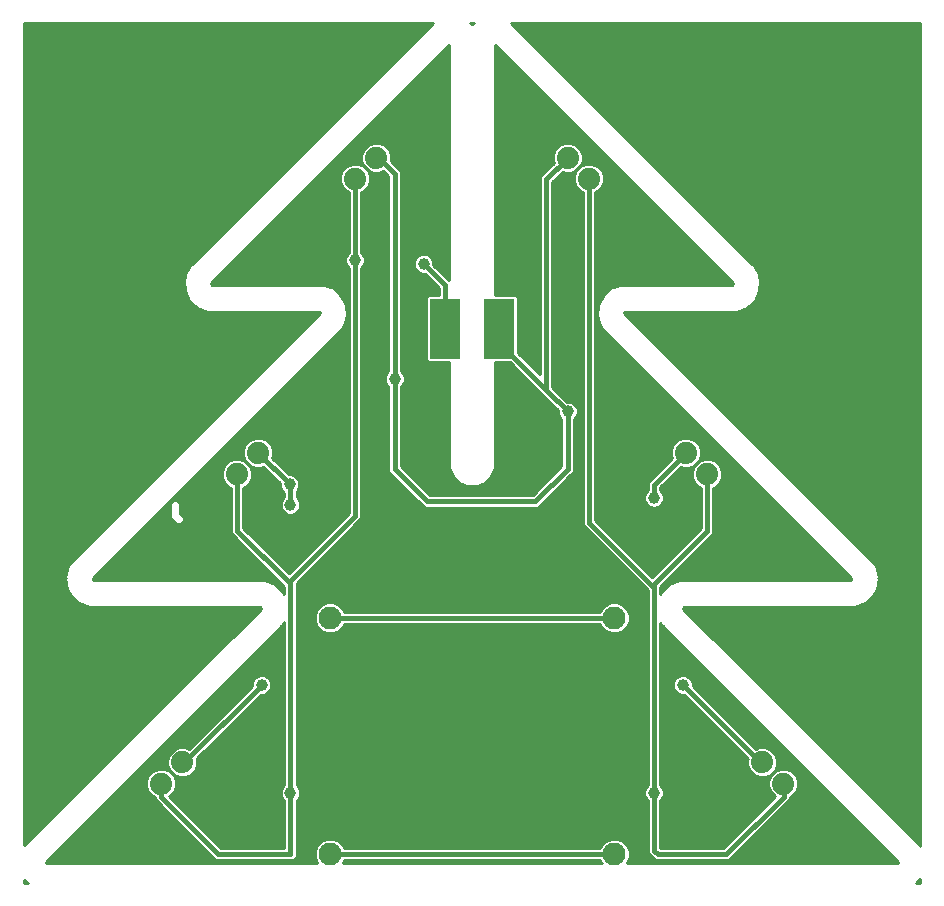
<source format=gbl>
G75*
G70*
%OFA0B0*%
%FSLAX24Y24*%
%IPPOS*%
%LPD*%
%AMOC8*
5,1,8,0,0,1.08239X$1,22.5*
%
%ADD10C,0.0740*%
%ADD11R,0.1000X0.2000*%
%ADD12C,0.0768*%
%ADD13C,0.0160*%
%ADD14C,0.0396*%
%ADD15C,0.0100*%
D10*
X004721Y005403D03*
X005428Y006110D03*
X007250Y015718D03*
X007957Y016425D03*
X011187Y025561D03*
X011894Y026268D03*
X018273Y026268D03*
X018980Y025561D03*
X022210Y016425D03*
X022917Y015718D03*
X024759Y006110D03*
X025466Y005403D03*
D11*
X015990Y020570D03*
X014190Y020570D03*
D12*
X010350Y010924D03*
X010350Y003050D03*
X019830Y003050D03*
X019830Y010924D03*
D13*
X010350Y010924D01*
X009030Y012050D02*
X009030Y005090D01*
X009030Y003050D01*
X006630Y003050D01*
X004721Y004959D01*
X004721Y005403D01*
X005428Y006110D02*
X005490Y006110D01*
X008070Y008690D01*
X009030Y012050D02*
X008970Y012110D01*
X011187Y014327D01*
X011187Y022850D01*
X011187Y025561D01*
X011894Y026268D02*
X011972Y026268D01*
X012510Y025730D01*
X012510Y018890D01*
X012510Y015890D01*
X013590Y014810D01*
X017190Y014810D01*
X018270Y015890D01*
X018270Y017803D01*
X018273Y017807D01*
X017550Y018530D01*
X015990Y020090D01*
X015990Y020570D01*
X014190Y020570D02*
X014190Y022010D01*
X013470Y022730D01*
X017550Y025545D02*
X017550Y018530D01*
X021150Y015365D02*
X021150Y014930D01*
X021150Y015365D02*
X022210Y016425D01*
X022917Y015718D02*
X022917Y013817D01*
X021150Y012050D01*
X021150Y011930D01*
X018980Y014100D01*
X018980Y025561D01*
X018273Y026268D02*
X017550Y025545D01*
X007957Y016425D02*
X009001Y015381D01*
X009030Y015352D01*
X009030Y014690D01*
X007250Y013830D02*
X008970Y012110D01*
X007250Y013830D02*
X007250Y015718D01*
X010350Y003050D02*
X019830Y003050D01*
X021150Y003170D02*
X021270Y003050D01*
X023550Y003050D01*
X025470Y004970D01*
X025470Y005399D01*
X025466Y005403D01*
X024759Y006110D02*
X024690Y006110D01*
X022110Y008690D01*
X021150Y011930D02*
X021150Y005090D01*
X021150Y003170D01*
D14*
X021150Y005090D03*
X022110Y008690D03*
X021150Y014930D03*
X018273Y017807D03*
X013470Y022730D03*
X011187Y022850D03*
X012510Y018890D03*
X009001Y015381D03*
X009030Y014690D03*
X008070Y008690D03*
X009030Y005090D03*
D15*
X000274Y002090D02*
X000150Y002090D01*
X000150Y002202D01*
X000274Y002090D01*
X000266Y002097D02*
X000150Y002097D01*
X000150Y002196D02*
X000158Y002196D01*
X000877Y002759D02*
X000870Y002773D01*
X000868Y002788D01*
X000871Y002798D01*
X008669Y010595D01*
X008697Y010612D01*
X008731Y010658D01*
X008772Y010699D01*
X008785Y010729D01*
X008820Y010776D01*
X008820Y005344D01*
X008752Y005276D01*
X008702Y005155D01*
X008702Y005025D01*
X008752Y004904D01*
X008820Y004836D01*
X008820Y003260D01*
X006717Y003260D01*
X005000Y004977D01*
X005004Y004979D01*
X005145Y005120D01*
X005221Y005304D01*
X005221Y005503D01*
X005145Y005686D01*
X005004Y005827D01*
X004821Y005903D01*
X004622Y005903D01*
X004438Y005827D01*
X004297Y005686D01*
X004221Y005503D01*
X004221Y005304D01*
X004297Y005120D01*
X004438Y004979D01*
X004511Y004949D01*
X004511Y004872D01*
X006420Y002963D01*
X006543Y002840D01*
X009117Y002840D01*
X009240Y002963D01*
X009240Y004836D01*
X009308Y004904D01*
X009358Y005025D01*
X009358Y005155D01*
X009308Y005276D01*
X009240Y005344D01*
X009240Y012083D01*
X011397Y014240D01*
X011397Y022596D01*
X011465Y022664D01*
X011515Y022785D01*
X011515Y022915D01*
X011465Y023036D01*
X011397Y023104D01*
X011397Y025106D01*
X011470Y025137D01*
X011611Y025277D01*
X011687Y025461D01*
X011687Y025660D01*
X011611Y025844D01*
X011794Y025768D01*
X011993Y025768D01*
X012122Y025821D01*
X012300Y025643D01*
X012300Y019144D01*
X012232Y019076D01*
X012182Y018955D01*
X012182Y018825D01*
X012232Y018704D01*
X012300Y018636D01*
X012300Y015803D01*
X013380Y014723D01*
X013503Y014600D01*
X017277Y014600D01*
X018357Y015680D01*
X018480Y015803D01*
X018480Y017549D01*
X018551Y017621D01*
X018601Y017741D01*
X018601Y017872D01*
X018551Y017993D01*
X018459Y018085D01*
X018339Y018135D01*
X018242Y018135D01*
X017760Y018617D01*
X017760Y025458D01*
X018101Y025798D01*
X018174Y025768D01*
X018373Y025768D01*
X018557Y025844D01*
X018480Y025660D01*
X018480Y025461D01*
X018557Y025277D01*
X018697Y025137D01*
X018770Y025106D01*
X018770Y014013D01*
X020940Y011843D01*
X020940Y005344D01*
X020872Y005276D01*
X020822Y005155D01*
X020822Y005025D01*
X020872Y004904D01*
X020940Y004836D01*
X020940Y003083D01*
X021183Y002840D01*
X023637Y002840D01*
X025557Y004760D01*
X025680Y004883D01*
X025680Y004951D01*
X025749Y004979D01*
X025890Y005120D01*
X025966Y005304D01*
X025966Y005503D01*
X025890Y005686D01*
X025749Y005827D01*
X025565Y005903D01*
X025366Y005903D01*
X025183Y005827D01*
X025042Y005686D01*
X024966Y005503D01*
X024966Y005304D01*
X025042Y005120D01*
X025182Y004979D01*
X023463Y003260D01*
X021360Y003260D01*
X021360Y004836D01*
X021428Y004904D01*
X021478Y005025D01*
X021478Y005155D01*
X021428Y005276D01*
X021360Y005344D01*
X021360Y010759D01*
X021382Y010729D01*
X021395Y010699D01*
X021436Y010658D01*
X021470Y010612D01*
X021498Y010595D01*
X029296Y002798D01*
X029299Y002788D01*
X029297Y002773D01*
X029290Y002759D01*
X029279Y002748D01*
X029265Y002743D01*
X029257Y002742D01*
X020249Y002742D01*
X020266Y002759D01*
X020344Y002948D01*
X020344Y003152D01*
X020266Y003341D01*
X020121Y003486D01*
X019932Y003564D01*
X019728Y003564D01*
X019539Y003486D01*
X019394Y003341D01*
X019361Y003260D01*
X010819Y003260D01*
X010786Y003341D01*
X010641Y003486D01*
X010452Y003564D01*
X010248Y003564D01*
X010059Y003486D01*
X009914Y003341D01*
X009836Y003152D01*
X009836Y002948D01*
X009914Y002759D01*
X009931Y002742D01*
X000910Y002742D01*
X000903Y002743D01*
X000888Y002748D01*
X000888Y002748D01*
X000877Y002759D01*
X000869Y002787D02*
X009903Y002787D01*
X009862Y002885D02*
X009162Y002885D01*
X009240Y002984D02*
X009836Y002984D01*
X009836Y003082D02*
X009240Y003082D01*
X009240Y003181D02*
X009848Y003181D01*
X009889Y003279D02*
X009240Y003279D01*
X009240Y003378D02*
X009951Y003378D01*
X010049Y003476D02*
X009240Y003476D01*
X009240Y003575D02*
X020940Y003575D01*
X020940Y003673D02*
X009240Y003673D01*
X009240Y003772D02*
X020940Y003772D01*
X020940Y003870D02*
X009240Y003870D01*
X009240Y003969D02*
X020940Y003969D01*
X020940Y004067D02*
X009240Y004067D01*
X009240Y004166D02*
X020940Y004166D01*
X020940Y004264D02*
X009240Y004264D01*
X009240Y004363D02*
X020940Y004363D01*
X020940Y004461D02*
X009240Y004461D01*
X009240Y004560D02*
X020940Y004560D01*
X020940Y004658D02*
X009240Y004658D01*
X009240Y004757D02*
X020940Y004757D01*
X020921Y004855D02*
X009259Y004855D01*
X009329Y004954D02*
X020851Y004954D01*
X020822Y005052D02*
X009358Y005052D01*
X009358Y005151D02*
X020822Y005151D01*
X020861Y005249D02*
X009319Y005249D01*
X009240Y005348D02*
X020940Y005348D01*
X020940Y005446D02*
X009240Y005446D01*
X009240Y005545D02*
X020940Y005545D01*
X020940Y005643D02*
X009240Y005643D01*
X009240Y005742D02*
X020940Y005742D01*
X020940Y005840D02*
X009240Y005840D01*
X009240Y005939D02*
X020940Y005939D01*
X020940Y006037D02*
X009240Y006037D01*
X009240Y006136D02*
X020940Y006136D01*
X020940Y006234D02*
X009240Y006234D01*
X009240Y006333D02*
X020940Y006333D01*
X020940Y006431D02*
X009240Y006431D01*
X009240Y006530D02*
X020940Y006530D01*
X020940Y006628D02*
X009240Y006628D01*
X009240Y006727D02*
X020940Y006727D01*
X020940Y006825D02*
X009240Y006825D01*
X009240Y006924D02*
X020940Y006924D01*
X020940Y007022D02*
X009240Y007022D01*
X009240Y007121D02*
X020940Y007121D01*
X020940Y007219D02*
X009240Y007219D01*
X009240Y007318D02*
X020940Y007318D01*
X020940Y007416D02*
X009240Y007416D01*
X009240Y007515D02*
X020940Y007515D01*
X020940Y007613D02*
X009240Y007613D01*
X009240Y007712D02*
X020940Y007712D01*
X020940Y007810D02*
X009240Y007810D01*
X009240Y007909D02*
X020940Y007909D01*
X020940Y008007D02*
X009240Y008007D01*
X009240Y008106D02*
X020940Y008106D01*
X020940Y008204D02*
X009240Y008204D01*
X009240Y008303D02*
X020940Y008303D01*
X020940Y008401D02*
X009240Y008401D01*
X009240Y008500D02*
X020940Y008500D01*
X020940Y008598D02*
X009240Y008598D01*
X009240Y008697D02*
X020940Y008697D01*
X020940Y008795D02*
X009240Y008795D01*
X009240Y008894D02*
X020940Y008894D01*
X020940Y008992D02*
X009240Y008992D01*
X009240Y009091D02*
X020940Y009091D01*
X020940Y009189D02*
X009240Y009189D01*
X009240Y009288D02*
X020940Y009288D01*
X020940Y009386D02*
X009240Y009386D01*
X009240Y009485D02*
X020940Y009485D01*
X020940Y009583D02*
X009240Y009583D01*
X009240Y009682D02*
X020940Y009682D01*
X020940Y009780D02*
X009240Y009780D01*
X009240Y009879D02*
X020940Y009879D01*
X020940Y009977D02*
X009240Y009977D01*
X009240Y010076D02*
X020940Y010076D01*
X020940Y010174D02*
X009240Y010174D01*
X009240Y010273D02*
X020940Y010273D01*
X020940Y010371D02*
X009240Y010371D01*
X009240Y010470D02*
X010104Y010470D01*
X010059Y010488D02*
X010248Y010410D01*
X010452Y010410D01*
X010641Y010488D01*
X010786Y010633D01*
X010819Y010714D01*
X019361Y010714D01*
X019394Y010633D01*
X019539Y010488D01*
X019728Y010410D01*
X019932Y010410D01*
X020121Y010488D01*
X020266Y010633D01*
X020344Y010822D01*
X020344Y011026D01*
X020266Y011215D01*
X020121Y011360D01*
X019932Y011438D01*
X019728Y011438D01*
X019539Y011360D01*
X019394Y011215D01*
X019361Y011134D01*
X010819Y011134D01*
X010786Y011215D01*
X010641Y011360D01*
X010452Y011438D01*
X010248Y011438D01*
X010059Y011360D01*
X009914Y011215D01*
X009836Y011026D01*
X009836Y010822D01*
X009914Y010633D01*
X010059Y010488D01*
X009979Y010568D02*
X009240Y010568D01*
X009240Y010667D02*
X009900Y010667D01*
X009860Y010765D02*
X009240Y010765D01*
X009240Y010864D02*
X009836Y010864D01*
X009836Y010962D02*
X009240Y010962D01*
X009240Y011061D02*
X009850Y011061D01*
X009891Y011159D02*
X009240Y011159D01*
X009240Y011258D02*
X009957Y011258D01*
X010055Y011356D02*
X009240Y011356D01*
X009240Y011455D02*
X020940Y011455D01*
X020940Y011553D02*
X009240Y011553D01*
X009240Y011652D02*
X020940Y011652D01*
X020940Y011750D02*
X009240Y011750D01*
X009240Y011849D02*
X020934Y011849D01*
X020836Y011947D02*
X009240Y011947D01*
X009240Y012046D02*
X020737Y012046D01*
X020639Y012144D02*
X009301Y012144D01*
X009400Y012243D02*
X020540Y012243D01*
X020442Y012341D02*
X009498Y012341D01*
X009597Y012440D02*
X020343Y012440D01*
X020245Y012538D02*
X009695Y012538D01*
X009794Y012637D02*
X020146Y012637D01*
X020048Y012735D02*
X009892Y012735D01*
X009991Y012834D02*
X019949Y012834D01*
X019851Y012932D02*
X010089Y012932D01*
X010188Y013031D02*
X019752Y013031D01*
X019654Y013129D02*
X010286Y013129D01*
X010385Y013228D02*
X019555Y013228D01*
X019457Y013326D02*
X010483Y013326D01*
X010582Y013425D02*
X019358Y013425D01*
X019260Y013523D02*
X010680Y013523D01*
X010779Y013622D02*
X019161Y013622D01*
X019063Y013720D02*
X010877Y013720D01*
X010976Y013819D02*
X018964Y013819D01*
X018866Y013917D02*
X011074Y013917D01*
X011173Y014016D02*
X018770Y014016D01*
X018770Y014114D02*
X011271Y014114D01*
X011370Y014213D02*
X018770Y014213D01*
X018770Y014311D02*
X011397Y014311D01*
X011397Y014410D02*
X018770Y014410D01*
X018770Y014508D02*
X011397Y014508D01*
X011397Y014607D02*
X013496Y014607D01*
X013398Y014705D02*
X011397Y014705D01*
X011397Y014804D02*
X013299Y014804D01*
X013201Y014902D02*
X011397Y014902D01*
X011397Y015001D02*
X013102Y015001D01*
X013004Y015099D02*
X011397Y015099D01*
X011397Y015198D02*
X012905Y015198D01*
X012807Y015296D02*
X011397Y015296D01*
X011397Y015395D02*
X012708Y015395D01*
X012610Y015493D02*
X011397Y015493D01*
X011397Y015592D02*
X012511Y015592D01*
X012413Y015690D02*
X011397Y015690D01*
X011397Y015789D02*
X012314Y015789D01*
X012300Y015887D02*
X011397Y015887D01*
X011397Y015986D02*
X012300Y015986D01*
X012300Y016084D02*
X011397Y016084D01*
X011397Y016183D02*
X012300Y016183D01*
X012300Y016281D02*
X011397Y016281D01*
X011397Y016380D02*
X012300Y016380D01*
X012300Y016478D02*
X011397Y016478D01*
X011397Y016577D02*
X012300Y016577D01*
X012300Y016675D02*
X011397Y016675D01*
X011397Y016774D02*
X012300Y016774D01*
X012300Y016872D02*
X011397Y016872D01*
X011397Y016971D02*
X012300Y016971D01*
X012300Y017069D02*
X011397Y017069D01*
X011397Y017168D02*
X012300Y017168D01*
X012300Y017266D02*
X011397Y017266D01*
X011397Y017365D02*
X012300Y017365D01*
X012300Y017463D02*
X011397Y017463D01*
X011397Y017562D02*
X012300Y017562D01*
X012300Y017660D02*
X011397Y017660D01*
X011397Y017759D02*
X012300Y017759D01*
X012300Y017857D02*
X011397Y017857D01*
X011397Y017956D02*
X012300Y017956D01*
X012300Y018054D02*
X011397Y018054D01*
X011397Y018153D02*
X012300Y018153D01*
X012300Y018251D02*
X011397Y018251D01*
X011397Y018350D02*
X012300Y018350D01*
X012300Y018448D02*
X011397Y018448D01*
X011397Y018547D02*
X012300Y018547D01*
X012291Y018645D02*
X011397Y018645D01*
X011397Y018744D02*
X012216Y018744D01*
X012182Y018842D02*
X011397Y018842D01*
X011397Y018941D02*
X012182Y018941D01*
X012217Y019039D02*
X011397Y019039D01*
X011397Y019138D02*
X012294Y019138D01*
X012300Y019236D02*
X011397Y019236D01*
X011397Y019335D02*
X012300Y019335D01*
X012300Y019433D02*
X011397Y019433D01*
X011397Y019532D02*
X012300Y019532D01*
X012300Y019630D02*
X011397Y019630D01*
X011397Y019729D02*
X012300Y019729D01*
X012300Y019827D02*
X011397Y019827D01*
X011397Y019926D02*
X012300Y019926D01*
X012300Y020024D02*
X011397Y020024D01*
X011397Y020123D02*
X012300Y020123D01*
X012300Y020221D02*
X011397Y020221D01*
X011397Y020320D02*
X012300Y020320D01*
X012300Y020418D02*
X011397Y020418D01*
X011397Y020517D02*
X012300Y020517D01*
X012300Y020615D02*
X011397Y020615D01*
X011397Y020714D02*
X012300Y020714D01*
X012300Y020812D02*
X011397Y020812D01*
X011397Y020911D02*
X012300Y020911D01*
X012300Y021009D02*
X011397Y021009D01*
X011397Y021108D02*
X012300Y021108D01*
X012300Y021206D02*
X011397Y021206D01*
X011397Y021305D02*
X012300Y021305D01*
X012300Y021403D02*
X011397Y021403D01*
X011397Y021502D02*
X012300Y021502D01*
X012300Y021600D02*
X011397Y021600D01*
X011397Y021699D02*
X012300Y021699D01*
X012300Y021797D02*
X011397Y021797D01*
X011397Y021896D02*
X012300Y021896D01*
X012300Y021994D02*
X011397Y021994D01*
X011397Y022093D02*
X012300Y022093D01*
X012300Y022191D02*
X011397Y022191D01*
X011397Y022290D02*
X012300Y022290D01*
X012300Y022388D02*
X011397Y022388D01*
X011397Y022487D02*
X012300Y022487D01*
X012300Y022585D02*
X011397Y022585D01*
X011473Y022684D02*
X012300Y022684D01*
X012300Y022782D02*
X011514Y022782D01*
X011515Y022881D02*
X012300Y022881D01*
X012300Y022979D02*
X011488Y022979D01*
X011423Y023078D02*
X012300Y023078D01*
X012300Y023176D02*
X011397Y023176D01*
X011397Y023275D02*
X012300Y023275D01*
X012300Y023373D02*
X011397Y023373D01*
X011397Y023472D02*
X012300Y023472D01*
X012300Y023570D02*
X011397Y023570D01*
X011397Y023669D02*
X012300Y023669D01*
X012300Y023767D02*
X011397Y023767D01*
X011397Y023866D02*
X012300Y023866D01*
X012300Y023964D02*
X011397Y023964D01*
X011397Y024063D02*
X012300Y024063D01*
X012300Y024161D02*
X011397Y024161D01*
X011397Y024260D02*
X012300Y024260D01*
X012300Y024358D02*
X011397Y024358D01*
X011397Y024457D02*
X012300Y024457D01*
X012300Y024555D02*
X011397Y024555D01*
X011397Y024654D02*
X012300Y024654D01*
X012300Y024752D02*
X011397Y024752D01*
X011397Y024851D02*
X012300Y024851D01*
X012300Y024949D02*
X011397Y024949D01*
X011397Y025048D02*
X012300Y025048D01*
X012300Y025146D02*
X011479Y025146D01*
X011578Y025245D02*
X012300Y025245D01*
X012300Y025343D02*
X011638Y025343D01*
X011679Y025442D02*
X012300Y025442D01*
X012300Y025540D02*
X011687Y025540D01*
X011687Y025639D02*
X012300Y025639D01*
X012206Y025737D02*
X011655Y025737D01*
X011631Y025836D02*
X011614Y025836D01*
X011611Y025844D02*
X011470Y025985D01*
X011611Y025844D01*
X011520Y025934D02*
X011520Y025934D01*
X011470Y025985D02*
X011286Y026061D01*
X011087Y026061D01*
X010903Y025985D01*
X010763Y025844D01*
X010687Y025660D01*
X010687Y025461D01*
X010763Y025277D01*
X010903Y025137D01*
X010977Y025106D01*
X010977Y023104D01*
X010909Y023036D01*
X010859Y022915D01*
X010859Y022785D01*
X010909Y022664D01*
X010977Y022596D01*
X010977Y014414D01*
X008970Y012407D01*
X007460Y013917D01*
X010480Y013917D01*
X010382Y013819D02*
X007558Y013819D01*
X007460Y013917D02*
X007460Y015264D01*
X007533Y015294D01*
X007674Y015435D01*
X007750Y015619D01*
X007750Y015818D01*
X007674Y016001D01*
X007857Y015925D01*
X008056Y015925D01*
X008129Y015956D01*
X008673Y015412D01*
X008673Y015316D01*
X008723Y015195D01*
X008815Y015103D01*
X008820Y015101D01*
X008820Y014944D01*
X008752Y014876D01*
X008702Y014755D01*
X008702Y014625D01*
X008752Y014504D01*
X008844Y014412D01*
X008965Y014362D01*
X009095Y014362D01*
X009216Y014412D01*
X009308Y014504D01*
X009358Y014625D01*
X009358Y014755D01*
X009308Y014876D01*
X009240Y014944D01*
X009240Y015156D01*
X009279Y015195D01*
X009329Y015316D01*
X009329Y015446D01*
X009279Y015567D01*
X009187Y015659D01*
X009066Y015709D01*
X008970Y015709D01*
X008426Y016253D01*
X008457Y016326D01*
X008457Y016525D01*
X008381Y016709D01*
X008240Y016849D01*
X008056Y016925D01*
X007857Y016925D01*
X007674Y016849D01*
X007533Y016709D01*
X007457Y016525D01*
X007457Y016326D01*
X007533Y016142D01*
X007674Y016001D01*
X007533Y016142D01*
X007349Y016218D01*
X007150Y016218D01*
X006966Y016142D01*
X006826Y016001D01*
X006750Y015818D01*
X006750Y015619D01*
X006826Y015435D01*
X006966Y015294D01*
X007040Y015264D01*
X007040Y013743D01*
X008760Y012023D01*
X008820Y011963D01*
X008820Y011709D01*
X008761Y011828D01*
X008501Y012064D01*
X008501Y012064D01*
X008173Y012191D01*
X002485Y012191D01*
X002477Y012192D01*
X002463Y012197D01*
X002452Y012208D01*
X002445Y012222D01*
X002443Y012237D01*
X002446Y012246D01*
X010637Y020438D01*
X010665Y020455D01*
X010700Y020501D01*
X010741Y020541D01*
X010753Y020572D01*
X010825Y020667D01*
X010920Y021005D01*
X010920Y021005D01*
X010887Y021355D01*
X010887Y021355D01*
X010729Y021670D01*
X010469Y021907D01*
X010141Y022034D01*
X006422Y022034D01*
X006414Y022034D01*
X006400Y022040D01*
X006389Y022050D01*
X006382Y022064D01*
X006380Y022079D01*
X006383Y022089D01*
X014319Y030025D01*
X014319Y022178D01*
X013798Y022699D01*
X013798Y022795D01*
X013748Y022916D01*
X013656Y023008D01*
X013535Y023058D01*
X013405Y023058D01*
X013284Y023008D01*
X013192Y022916D01*
X013142Y022795D01*
X013142Y022665D01*
X013192Y022544D01*
X013284Y022452D01*
X013405Y022402D01*
X013501Y022402D01*
X013980Y021923D01*
X013980Y021700D01*
X013636Y021700D01*
X013560Y021624D01*
X013560Y019516D01*
X013636Y019440D01*
X014319Y019440D01*
X014319Y015920D01*
X014435Y015638D01*
X014650Y015423D01*
X014931Y015307D01*
X015236Y015307D01*
X015517Y015423D01*
X015732Y015638D01*
X015732Y015638D01*
X015849Y015920D01*
X015849Y019440D01*
X016343Y019440D01*
X017463Y018320D01*
X017945Y017838D01*
X017945Y017741D01*
X017995Y017621D01*
X018060Y017556D01*
X018060Y015977D01*
X017103Y015020D01*
X013677Y015020D01*
X012720Y015977D01*
X012720Y018636D01*
X012788Y018704D01*
X012838Y018825D01*
X012838Y018955D01*
X012788Y019076D01*
X012720Y019144D01*
X012720Y025817D01*
X012597Y025940D01*
X012386Y026151D01*
X012394Y026168D01*
X012394Y026367D01*
X012318Y026551D01*
X012177Y026692D01*
X011993Y026768D01*
X011794Y026768D01*
X011611Y026692D01*
X011470Y026551D01*
X011394Y026367D01*
X011394Y026168D01*
X011470Y025985D01*
X011450Y026033D02*
X011354Y026033D01*
X011409Y026131D02*
X010425Y026131D01*
X010326Y026033D02*
X011019Y026033D01*
X010853Y025934D02*
X010228Y025934D01*
X010129Y025836D02*
X010759Y025836D01*
X010719Y025737D02*
X010031Y025737D01*
X009932Y025639D02*
X010687Y025639D01*
X010687Y025540D02*
X009834Y025540D01*
X009735Y025442D02*
X010695Y025442D01*
X010736Y025343D02*
X009637Y025343D01*
X009538Y025245D02*
X010796Y025245D01*
X010894Y025146D02*
X009440Y025146D01*
X009341Y025048D02*
X010977Y025048D01*
X010977Y024949D02*
X009243Y024949D01*
X009144Y024851D02*
X010977Y024851D01*
X010977Y024752D02*
X009046Y024752D01*
X008947Y024654D02*
X010977Y024654D01*
X010977Y024555D02*
X008849Y024555D01*
X008750Y024457D02*
X010977Y024457D01*
X010977Y024358D02*
X008652Y024358D01*
X008553Y024260D02*
X010977Y024260D01*
X010977Y024161D02*
X008455Y024161D01*
X008356Y024063D02*
X010977Y024063D01*
X010977Y023964D02*
X008258Y023964D01*
X008159Y023866D02*
X010977Y023866D01*
X010977Y023767D02*
X008061Y023767D01*
X007962Y023669D02*
X010977Y023669D01*
X010977Y023570D02*
X007864Y023570D01*
X007765Y023472D02*
X010977Y023472D01*
X010977Y023373D02*
X007667Y023373D01*
X007568Y023275D02*
X010977Y023275D01*
X010977Y023176D02*
X007470Y023176D01*
X007371Y023078D02*
X010950Y023078D01*
X010885Y022979D02*
X007273Y022979D01*
X007174Y022881D02*
X010859Y022881D01*
X010860Y022782D02*
X007076Y022782D01*
X006977Y022684D02*
X010900Y022684D01*
X010977Y022585D02*
X006879Y022585D01*
X006780Y022487D02*
X010977Y022487D01*
X010977Y022388D02*
X006682Y022388D01*
X006583Y022290D02*
X010977Y022290D01*
X010977Y022191D02*
X006485Y022191D01*
X006386Y022093D02*
X010977Y022093D01*
X010977Y021994D02*
X010243Y021994D01*
X010469Y021907D02*
X010469Y021907D01*
X010482Y021896D02*
X010977Y021896D01*
X010977Y021797D02*
X010590Y021797D01*
X010698Y021699D02*
X010977Y021699D01*
X010977Y021600D02*
X010764Y021600D01*
X010729Y021670D02*
X010729Y021670D01*
X010814Y021502D02*
X010977Y021502D01*
X010977Y021403D02*
X010863Y021403D01*
X010892Y021305D02*
X010977Y021305D01*
X010977Y021206D02*
X010901Y021206D01*
X010910Y021108D02*
X010977Y021108D01*
X010977Y021009D02*
X010920Y021009D01*
X010893Y020911D02*
X010977Y020911D01*
X010977Y020812D02*
X010866Y020812D01*
X010838Y020714D02*
X010977Y020714D01*
X010977Y020615D02*
X010786Y020615D01*
X010825Y020667D02*
X010825Y020667D01*
X010716Y020517D02*
X010977Y020517D01*
X010977Y020418D02*
X010617Y020418D01*
X010519Y020320D02*
X010977Y020320D01*
X010977Y020221D02*
X010420Y020221D01*
X010322Y020123D02*
X010977Y020123D01*
X010977Y020024D02*
X010223Y020024D01*
X010125Y019926D02*
X010977Y019926D01*
X010977Y019827D02*
X010026Y019827D01*
X009928Y019729D02*
X010977Y019729D01*
X010977Y019630D02*
X009829Y019630D01*
X009731Y019532D02*
X010977Y019532D01*
X010977Y019433D02*
X009632Y019433D01*
X009534Y019335D02*
X010977Y019335D01*
X010977Y019236D02*
X009435Y019236D01*
X009337Y019138D02*
X010977Y019138D01*
X010977Y019039D02*
X009238Y019039D01*
X009140Y018941D02*
X010977Y018941D01*
X010977Y018842D02*
X009041Y018842D01*
X008943Y018744D02*
X010977Y018744D01*
X010977Y018645D02*
X008844Y018645D01*
X008746Y018547D02*
X010977Y018547D01*
X010977Y018448D02*
X008647Y018448D01*
X008549Y018350D02*
X010977Y018350D01*
X010977Y018251D02*
X008450Y018251D01*
X008352Y018153D02*
X010977Y018153D01*
X010977Y018054D02*
X008253Y018054D01*
X008155Y017956D02*
X010977Y017956D01*
X010977Y017857D02*
X008056Y017857D01*
X007958Y017759D02*
X010977Y017759D01*
X010977Y017660D02*
X007859Y017660D01*
X007761Y017562D02*
X010977Y017562D01*
X010977Y017463D02*
X007662Y017463D01*
X007564Y017365D02*
X010977Y017365D01*
X010977Y017266D02*
X007465Y017266D01*
X007367Y017168D02*
X010977Y017168D01*
X010977Y017069D02*
X007268Y017069D01*
X007170Y016971D02*
X010977Y016971D01*
X010977Y016872D02*
X008185Y016872D01*
X008316Y016774D02*
X010977Y016774D01*
X010977Y016675D02*
X008395Y016675D01*
X008435Y016577D02*
X010977Y016577D01*
X010977Y016478D02*
X008457Y016478D01*
X008457Y016380D02*
X010977Y016380D01*
X010977Y016281D02*
X008438Y016281D01*
X008497Y016183D02*
X010977Y016183D01*
X010977Y016084D02*
X008595Y016084D01*
X008694Y015986D02*
X010977Y015986D01*
X010977Y015887D02*
X008792Y015887D01*
X008891Y015789D02*
X010977Y015789D01*
X010977Y015690D02*
X009112Y015690D01*
X009255Y015592D02*
X010977Y015592D01*
X010977Y015493D02*
X009310Y015493D01*
X009329Y015395D02*
X010977Y015395D01*
X010977Y015296D02*
X009321Y015296D01*
X009280Y015198D02*
X010977Y015198D01*
X010977Y015099D02*
X009240Y015099D01*
X009240Y015001D02*
X010977Y015001D01*
X010977Y014902D02*
X009282Y014902D01*
X009338Y014804D02*
X010977Y014804D01*
X010977Y014705D02*
X009358Y014705D01*
X009351Y014607D02*
X010977Y014607D01*
X010977Y014508D02*
X009310Y014508D01*
X009210Y014410D02*
X010973Y014410D01*
X010874Y014311D02*
X007460Y014311D01*
X007460Y014213D02*
X010776Y014213D01*
X010677Y014114D02*
X007460Y014114D01*
X007460Y014016D02*
X010579Y014016D01*
X010283Y013720D02*
X007657Y013720D01*
X007755Y013622D02*
X010185Y013622D01*
X010086Y013523D02*
X007854Y013523D01*
X007952Y013425D02*
X009988Y013425D01*
X009889Y013326D02*
X008051Y013326D01*
X008149Y013228D02*
X009791Y013228D01*
X009692Y013129D02*
X008248Y013129D01*
X008346Y013031D02*
X009594Y013031D01*
X009495Y012932D02*
X008445Y012932D01*
X008543Y012834D02*
X009397Y012834D01*
X009298Y012735D02*
X008642Y012735D01*
X008740Y012637D02*
X009200Y012637D01*
X009101Y012538D02*
X008839Y012538D01*
X008937Y012440D02*
X009003Y012440D01*
X008639Y012144D02*
X008294Y012144D01*
X008442Y012341D02*
X002540Y012341D01*
X002445Y012243D02*
X008540Y012243D01*
X008521Y012046D02*
X008737Y012046D01*
X008760Y012023D02*
X008760Y012023D01*
X008820Y011947D02*
X008630Y011947D01*
X008738Y011849D02*
X008820Y011849D01*
X008761Y011828D02*
X008761Y011828D01*
X008800Y011750D02*
X008820Y011750D01*
X008343Y012440D02*
X002639Y012440D01*
X002737Y012538D02*
X008245Y012538D01*
X008146Y012637D02*
X002836Y012637D01*
X002934Y012735D02*
X008048Y012735D01*
X007949Y012834D02*
X003033Y012834D01*
X003131Y012932D02*
X007851Y012932D01*
X007752Y013031D02*
X003230Y013031D01*
X003328Y013129D02*
X007654Y013129D01*
X007555Y013228D02*
X003427Y013228D01*
X003525Y013326D02*
X007457Y013326D01*
X007358Y013425D02*
X003624Y013425D01*
X003722Y013523D02*
X007260Y013523D01*
X007161Y013622D02*
X003821Y013622D01*
X003919Y013720D02*
X007063Y013720D01*
X007040Y013819D02*
X004018Y013819D01*
X004116Y013917D02*
X007040Y013917D01*
X007040Y014016D02*
X004215Y014016D01*
X004313Y014114D02*
X005180Y014114D01*
X005244Y014050D02*
X005376Y014050D01*
X005470Y014144D01*
X005470Y014276D01*
X005350Y014396D01*
X005350Y014756D01*
X005256Y014850D01*
X005124Y014850D01*
X005030Y014756D01*
X005030Y014264D01*
X005244Y014050D01*
X005440Y014114D02*
X007040Y014114D01*
X007040Y014213D02*
X005470Y014213D01*
X005435Y014311D02*
X007040Y014311D01*
X007040Y014410D02*
X005350Y014410D01*
X005350Y014508D02*
X007040Y014508D01*
X007040Y014607D02*
X005350Y014607D01*
X005350Y014705D02*
X007040Y014705D01*
X007040Y014804D02*
X005303Y014804D01*
X005200Y015001D02*
X007040Y015001D01*
X007040Y015099D02*
X005298Y015099D01*
X005397Y015198D02*
X007040Y015198D01*
X006965Y015296D02*
X005495Y015296D01*
X005594Y015395D02*
X006866Y015395D01*
X006802Y015493D02*
X005692Y015493D01*
X005791Y015592D02*
X006761Y015592D01*
X006750Y015690D02*
X005889Y015690D01*
X005988Y015789D02*
X006750Y015789D01*
X006778Y015887D02*
X006086Y015887D01*
X006185Y015986D02*
X006819Y015986D01*
X006908Y016084D02*
X006283Y016084D01*
X006382Y016183D02*
X007064Y016183D01*
X007435Y016183D02*
X007516Y016183D01*
X007475Y016281D02*
X006480Y016281D01*
X006579Y016380D02*
X007457Y016380D01*
X007457Y016478D02*
X006677Y016478D01*
X006776Y016577D02*
X007478Y016577D01*
X007519Y016675D02*
X006874Y016675D01*
X006973Y016774D02*
X007598Y016774D01*
X007729Y016872D02*
X007071Y016872D01*
X006390Y017463D02*
X000150Y017463D01*
X000150Y017365D02*
X006291Y017365D01*
X006193Y017266D02*
X000150Y017266D01*
X000150Y017168D02*
X006094Y017168D01*
X005996Y017069D02*
X000150Y017069D01*
X000150Y016971D02*
X005897Y016971D01*
X005799Y016872D02*
X000150Y016872D01*
X000150Y016774D02*
X005700Y016774D01*
X005602Y016675D02*
X000150Y016675D01*
X000150Y016577D02*
X005503Y016577D01*
X005405Y016478D02*
X000150Y016478D01*
X000150Y016380D02*
X005306Y016380D01*
X005208Y016281D02*
X000150Y016281D01*
X000150Y016183D02*
X005109Y016183D01*
X005011Y016084D02*
X000150Y016084D01*
X000150Y015986D02*
X004912Y015986D01*
X004814Y015887D02*
X000150Y015887D01*
X000150Y015789D02*
X004715Y015789D01*
X004617Y015690D02*
X000150Y015690D01*
X000150Y015592D02*
X004518Y015592D01*
X004420Y015493D02*
X000150Y015493D01*
X000150Y015395D02*
X004321Y015395D01*
X004223Y015296D02*
X000150Y015296D01*
X000150Y015198D02*
X004124Y015198D01*
X004026Y015099D02*
X000150Y015099D01*
X000150Y015001D02*
X003927Y015001D01*
X003829Y014902D02*
X000150Y014902D01*
X000150Y014804D02*
X003730Y014804D01*
X003632Y014705D02*
X000150Y014705D01*
X000150Y014607D02*
X003533Y014607D01*
X003435Y014508D02*
X000150Y014508D01*
X000150Y014410D02*
X003336Y014410D01*
X003238Y014311D02*
X000150Y014311D01*
X000150Y014213D02*
X003139Y014213D01*
X003041Y014114D02*
X000150Y014114D01*
X000150Y014016D02*
X002942Y014016D01*
X002844Y013917D02*
X000150Y013917D01*
X000150Y013819D02*
X002745Y013819D01*
X002647Y013720D02*
X000150Y013720D01*
X000150Y013622D02*
X002548Y013622D01*
X002450Y013523D02*
X000150Y013523D01*
X000150Y013425D02*
X002351Y013425D01*
X002253Y013326D02*
X000150Y013326D01*
X000150Y013228D02*
X002154Y013228D01*
X002056Y013129D02*
X000150Y013129D01*
X000150Y013031D02*
X001957Y013031D01*
X001859Y012932D02*
X000150Y012932D01*
X000150Y012834D02*
X001758Y012834D01*
X001751Y012824D02*
X001710Y012783D01*
X001697Y012753D01*
X001626Y012658D01*
X001626Y012658D01*
X001531Y012319D01*
X001564Y011969D01*
X001721Y011655D01*
X001721Y011655D01*
X001981Y011418D01*
X001981Y011418D01*
X002309Y011291D01*
X007997Y011291D01*
X008005Y011290D01*
X008019Y011285D01*
X008031Y011274D01*
X008037Y011261D01*
X008039Y011245D01*
X008036Y011236D01*
X000239Y003438D01*
X000210Y003421D01*
X000176Y003375D01*
X000150Y003349D01*
X000150Y030770D01*
X013791Y030770D01*
X005750Y022729D01*
X005722Y022713D01*
X005688Y022667D01*
X005647Y022626D01*
X005634Y022596D01*
X005563Y022500D01*
X005468Y022162D01*
X005468Y022162D01*
X005501Y021812D01*
X005501Y021812D01*
X005658Y021497D01*
X005918Y021260D01*
X005918Y021260D01*
X006246Y021134D01*
X009965Y021134D01*
X009973Y021133D01*
X009988Y021127D01*
X009999Y021117D01*
X010006Y021103D01*
X010007Y021088D01*
X010005Y021078D01*
X001813Y012887D01*
X001785Y012870D01*
X001751Y012824D01*
X001684Y012735D02*
X000150Y012735D01*
X000150Y012637D02*
X001620Y012637D01*
X001592Y012538D02*
X000150Y012538D01*
X000150Y012440D02*
X001564Y012440D01*
X001537Y012341D02*
X000150Y012341D01*
X000150Y012243D02*
X001538Y012243D01*
X001531Y012319D02*
X001531Y012319D01*
X001547Y012144D02*
X000150Y012144D01*
X000150Y012046D02*
X001557Y012046D01*
X001564Y011969D02*
X001564Y011969D01*
X001575Y011947D02*
X000150Y011947D01*
X000150Y011849D02*
X001624Y011849D01*
X001673Y011750D02*
X000150Y011750D01*
X000150Y011652D02*
X001724Y011652D01*
X001833Y011553D02*
X000150Y011553D01*
X000150Y011455D02*
X001941Y011455D01*
X002141Y011356D02*
X000150Y011356D01*
X000150Y011258D02*
X008038Y011258D01*
X007960Y011159D02*
X000150Y011159D01*
X000150Y011061D02*
X007861Y011061D01*
X007763Y010962D02*
X000150Y010962D01*
X000150Y010864D02*
X007664Y010864D01*
X007566Y010765D02*
X000150Y010765D01*
X000150Y010667D02*
X007467Y010667D01*
X007369Y010568D02*
X000150Y010568D01*
X000150Y010470D02*
X007270Y010470D01*
X007172Y010371D02*
X000150Y010371D01*
X000150Y010273D02*
X007073Y010273D01*
X006975Y010174D02*
X000150Y010174D01*
X000150Y010076D02*
X006876Y010076D01*
X006778Y009977D02*
X000150Y009977D01*
X000150Y009879D02*
X006679Y009879D01*
X006581Y009780D02*
X000150Y009780D01*
X000150Y009682D02*
X006482Y009682D01*
X006384Y009583D02*
X000150Y009583D01*
X000150Y009485D02*
X006285Y009485D01*
X006187Y009386D02*
X000150Y009386D01*
X000150Y009288D02*
X006088Y009288D01*
X005990Y009189D02*
X000150Y009189D01*
X000150Y009091D02*
X005891Y009091D01*
X005793Y008992D02*
X000150Y008992D01*
X000150Y008894D02*
X005694Y008894D01*
X005596Y008795D02*
X000150Y008795D01*
X000150Y008697D02*
X005497Y008697D01*
X005399Y008598D02*
X000150Y008598D01*
X000150Y008500D02*
X005300Y008500D01*
X005202Y008401D02*
X000150Y008401D01*
X000150Y008303D02*
X005103Y008303D01*
X005005Y008204D02*
X000150Y008204D01*
X000150Y008106D02*
X004906Y008106D01*
X004808Y008007D02*
X000150Y008007D01*
X000150Y007909D02*
X004709Y007909D01*
X004611Y007810D02*
X000150Y007810D01*
X000150Y007712D02*
X004512Y007712D01*
X004414Y007613D02*
X000150Y007613D01*
X000150Y007515D02*
X004315Y007515D01*
X004217Y007416D02*
X000150Y007416D01*
X000150Y007318D02*
X004118Y007318D01*
X004020Y007219D02*
X000150Y007219D01*
X000150Y007121D02*
X003921Y007121D01*
X003823Y007022D02*
X000150Y007022D01*
X000150Y006924D02*
X003724Y006924D01*
X003626Y006825D02*
X000150Y006825D01*
X000150Y006727D02*
X003527Y006727D01*
X003429Y006628D02*
X000150Y006628D01*
X000150Y006530D02*
X003330Y006530D01*
X003232Y006431D02*
X000150Y006431D01*
X000150Y006333D02*
X003133Y006333D01*
X003035Y006234D02*
X000150Y006234D01*
X000150Y006136D02*
X002936Y006136D01*
X002838Y006037D02*
X000150Y006037D01*
X000150Y005939D02*
X002739Y005939D01*
X002641Y005840D02*
X000150Y005840D01*
X000150Y005742D02*
X002542Y005742D01*
X002444Y005643D02*
X000150Y005643D01*
X000150Y005545D02*
X002345Y005545D01*
X002247Y005446D02*
X000150Y005446D01*
X000150Y005348D02*
X002148Y005348D01*
X002050Y005249D02*
X000150Y005249D01*
X000150Y005151D02*
X001951Y005151D01*
X001853Y005052D02*
X000150Y005052D01*
X000150Y004954D02*
X001754Y004954D01*
X001656Y004855D02*
X000150Y004855D01*
X000150Y004757D02*
X001557Y004757D01*
X001459Y004658D02*
X000150Y004658D01*
X000150Y004560D02*
X001360Y004560D01*
X001262Y004461D02*
X000150Y004461D01*
X000150Y004363D02*
X001163Y004363D01*
X001065Y004264D02*
X000150Y004264D01*
X000150Y004166D02*
X000966Y004166D01*
X000868Y004067D02*
X000150Y004067D01*
X000150Y003969D02*
X000769Y003969D01*
X000671Y003870D02*
X000150Y003870D01*
X000150Y003772D02*
X000572Y003772D01*
X000474Y003673D02*
X000150Y003673D01*
X000150Y003575D02*
X000375Y003575D01*
X000277Y003476D02*
X000150Y003476D01*
X000150Y003378D02*
X000178Y003378D01*
X000958Y002885D02*
X006498Y002885D01*
X006400Y002984D02*
X001057Y002984D01*
X001155Y003082D02*
X006301Y003082D01*
X006203Y003181D02*
X001254Y003181D01*
X001352Y003279D02*
X006104Y003279D01*
X006006Y003378D02*
X001451Y003378D01*
X001549Y003476D02*
X005907Y003476D01*
X005809Y003575D02*
X001648Y003575D01*
X001746Y003673D02*
X005710Y003673D01*
X005612Y003772D02*
X001845Y003772D01*
X001943Y003870D02*
X005513Y003870D01*
X005415Y003969D02*
X002042Y003969D01*
X002140Y004067D02*
X005316Y004067D01*
X005218Y004166D02*
X002239Y004166D01*
X002337Y004264D02*
X005119Y004264D01*
X005021Y004363D02*
X002436Y004363D01*
X002534Y004461D02*
X004922Y004461D01*
X004824Y004560D02*
X002633Y004560D01*
X002731Y004658D02*
X004725Y004658D01*
X004627Y004757D02*
X002830Y004757D01*
X002928Y004855D02*
X004528Y004855D01*
X004500Y004954D02*
X003027Y004954D01*
X003125Y005052D02*
X004365Y005052D01*
X004285Y005151D02*
X003224Y005151D01*
X003322Y005249D02*
X004244Y005249D01*
X004221Y005348D02*
X003421Y005348D01*
X003519Y005446D02*
X004221Y005446D01*
X004239Y005545D02*
X003618Y005545D01*
X003716Y005643D02*
X004279Y005643D01*
X004352Y005742D02*
X003815Y005742D01*
X003913Y005840D02*
X004469Y005840D01*
X004209Y006136D02*
X004928Y006136D01*
X004928Y006210D02*
X004928Y006011D01*
X005004Y005827D01*
X005145Y005686D01*
X005329Y005610D01*
X005528Y005610D01*
X005712Y005686D01*
X005852Y005827D01*
X005928Y006011D01*
X005928Y006210D01*
X005916Y006239D01*
X008039Y008362D01*
X008135Y008362D01*
X008256Y008412D01*
X008348Y008504D01*
X008398Y008625D01*
X008398Y008755D01*
X008348Y008876D01*
X008256Y008968D01*
X008135Y009018D01*
X008005Y009018D01*
X007884Y008968D01*
X007792Y008876D01*
X007742Y008755D01*
X007742Y008659D01*
X005645Y006562D01*
X005528Y006610D01*
X005329Y006610D01*
X005145Y006534D01*
X005004Y006394D01*
X004928Y006210D01*
X004938Y006234D02*
X004307Y006234D01*
X004406Y006333D02*
X004979Y006333D01*
X005042Y006431D02*
X004504Y006431D01*
X004603Y006530D02*
X005140Y006530D01*
X004898Y006825D02*
X005908Y006825D01*
X005810Y006727D02*
X004800Y006727D01*
X004701Y006628D02*
X005711Y006628D01*
X006007Y006924D02*
X004997Y006924D01*
X005095Y007022D02*
X006105Y007022D01*
X006204Y007121D02*
X005194Y007121D01*
X005292Y007219D02*
X006302Y007219D01*
X006401Y007318D02*
X005391Y007318D01*
X005489Y007416D02*
X006499Y007416D01*
X006598Y007515D02*
X005588Y007515D01*
X005686Y007613D02*
X006696Y007613D01*
X006795Y007712D02*
X005785Y007712D01*
X005883Y007810D02*
X006893Y007810D01*
X006992Y007909D02*
X005982Y007909D01*
X006080Y008007D02*
X007090Y008007D01*
X007189Y008106D02*
X006179Y008106D01*
X006277Y008204D02*
X007287Y008204D01*
X007386Y008303D02*
X006376Y008303D01*
X006474Y008401D02*
X007484Y008401D01*
X007583Y008500D02*
X006573Y008500D01*
X006671Y008598D02*
X007681Y008598D01*
X007742Y008697D02*
X006770Y008697D01*
X006868Y008795D02*
X007758Y008795D01*
X007810Y008894D02*
X006967Y008894D01*
X007065Y008992D02*
X007942Y008992D01*
X008198Y008992D02*
X008820Y008992D01*
X008820Y008894D02*
X008330Y008894D01*
X008382Y008795D02*
X008820Y008795D01*
X008820Y008697D02*
X008398Y008697D01*
X008387Y008598D02*
X008820Y008598D01*
X008820Y008500D02*
X008344Y008500D01*
X008230Y008401D02*
X008820Y008401D01*
X008820Y008303D02*
X007980Y008303D01*
X007881Y008204D02*
X008820Y008204D01*
X008820Y008106D02*
X007783Y008106D01*
X007684Y008007D02*
X008820Y008007D01*
X008820Y007909D02*
X007586Y007909D01*
X007487Y007810D02*
X008820Y007810D01*
X008820Y007712D02*
X007389Y007712D01*
X007290Y007613D02*
X008820Y007613D01*
X008820Y007515D02*
X007192Y007515D01*
X007093Y007416D02*
X008820Y007416D01*
X008820Y007318D02*
X006995Y007318D01*
X006896Y007219D02*
X008820Y007219D01*
X008820Y007121D02*
X006798Y007121D01*
X006699Y007022D02*
X008820Y007022D01*
X008820Y006924D02*
X006601Y006924D01*
X006502Y006825D02*
X008820Y006825D01*
X008820Y006727D02*
X006404Y006727D01*
X006305Y006628D02*
X008820Y006628D01*
X008820Y006530D02*
X006207Y006530D01*
X006108Y006431D02*
X008820Y006431D01*
X008820Y006333D02*
X006010Y006333D01*
X005918Y006234D02*
X008820Y006234D01*
X008820Y006136D02*
X005928Y006136D01*
X005928Y006037D02*
X008820Y006037D01*
X008820Y005939D02*
X005898Y005939D01*
X005858Y005840D02*
X008820Y005840D01*
X008820Y005742D02*
X005767Y005742D01*
X005607Y005643D02*
X008820Y005643D01*
X008820Y005545D02*
X005204Y005545D01*
X005221Y005446D02*
X008820Y005446D01*
X008820Y005348D02*
X005221Y005348D01*
X005199Y005249D02*
X008741Y005249D01*
X008702Y005151D02*
X005158Y005151D01*
X005077Y005052D02*
X008702Y005052D01*
X008731Y004954D02*
X005023Y004954D01*
X005122Y004855D02*
X008801Y004855D01*
X008820Y004757D02*
X005220Y004757D01*
X005319Y004658D02*
X008820Y004658D01*
X008820Y004560D02*
X005417Y004560D01*
X005516Y004461D02*
X008820Y004461D01*
X008820Y004363D02*
X005614Y004363D01*
X005713Y004264D02*
X008820Y004264D01*
X008820Y004166D02*
X005811Y004166D01*
X005910Y004067D02*
X008820Y004067D01*
X008820Y003969D02*
X006008Y003969D01*
X006107Y003870D02*
X008820Y003870D01*
X008820Y003772D02*
X006205Y003772D01*
X006304Y003673D02*
X008820Y003673D01*
X008820Y003575D02*
X006402Y003575D01*
X006501Y003476D02*
X008820Y003476D01*
X008820Y003378D02*
X006599Y003378D01*
X006698Y003279D02*
X008820Y003279D01*
X010651Y003476D02*
X019529Y003476D01*
X019431Y003378D02*
X010749Y003378D01*
X010811Y003279D02*
X019369Y003279D01*
X019361Y002840D02*
X019394Y002759D01*
X019411Y002742D01*
X010769Y002742D01*
X010786Y002759D01*
X010819Y002840D01*
X019361Y002840D01*
X019383Y002787D02*
X010797Y002787D01*
X005250Y005643D02*
X005163Y005643D01*
X005090Y005742D02*
X005090Y005742D01*
X004999Y005840D02*
X004973Y005840D01*
X004958Y005939D02*
X004012Y005939D01*
X004110Y006037D02*
X004928Y006037D01*
X007164Y009091D02*
X008820Y009091D01*
X008820Y009189D02*
X007262Y009189D01*
X007361Y009288D02*
X008820Y009288D01*
X008820Y009386D02*
X007459Y009386D01*
X007558Y009485D02*
X008820Y009485D01*
X008820Y009583D02*
X007656Y009583D01*
X007755Y009682D02*
X008820Y009682D01*
X008820Y009780D02*
X007853Y009780D01*
X007952Y009879D02*
X008820Y009879D01*
X008820Y009977D02*
X008050Y009977D01*
X008149Y010076D02*
X008820Y010076D01*
X008820Y010174D02*
X008247Y010174D01*
X008346Y010273D02*
X008820Y010273D01*
X008820Y010371D02*
X008444Y010371D01*
X008543Y010470D02*
X008820Y010470D01*
X008820Y010568D02*
X008641Y010568D01*
X008740Y010667D02*
X008820Y010667D01*
X008812Y010765D02*
X008820Y010765D01*
X010596Y010470D02*
X019584Y010470D01*
X019459Y010568D02*
X010721Y010568D01*
X010800Y010667D02*
X019380Y010667D01*
X019371Y011159D02*
X010809Y011159D01*
X010743Y011258D02*
X019437Y011258D01*
X019535Y011356D02*
X010645Y011356D01*
X008850Y014410D02*
X007460Y014410D01*
X007460Y014508D02*
X008750Y014508D01*
X008709Y014607D02*
X007460Y014607D01*
X007460Y014705D02*
X008702Y014705D01*
X008722Y014804D02*
X007460Y014804D01*
X007460Y014902D02*
X008778Y014902D01*
X008820Y015001D02*
X007460Y015001D01*
X007460Y015099D02*
X008820Y015099D01*
X008722Y015198D02*
X007460Y015198D01*
X007535Y015296D02*
X008681Y015296D01*
X008673Y015395D02*
X007633Y015395D01*
X007698Y015493D02*
X008592Y015493D01*
X008494Y015592D02*
X007738Y015592D01*
X007750Y015690D02*
X008395Y015690D01*
X008297Y015789D02*
X007750Y015789D01*
X007721Y015887D02*
X008198Y015887D01*
X007712Y015986D02*
X007680Y015986D01*
X007591Y016084D02*
X007591Y016084D01*
X007040Y014902D02*
X005101Y014902D01*
X005077Y014804D02*
X005003Y014804D01*
X005030Y014705D02*
X004904Y014705D01*
X004806Y014607D02*
X005030Y014607D01*
X005030Y014508D02*
X004707Y014508D01*
X004609Y014410D02*
X005030Y014410D01*
X005030Y014311D02*
X004510Y014311D01*
X004412Y014213D02*
X005081Y014213D01*
X006488Y017562D02*
X000150Y017562D01*
X000150Y017660D02*
X006587Y017660D01*
X006685Y017759D02*
X000150Y017759D01*
X000150Y017857D02*
X006784Y017857D01*
X006882Y017956D02*
X000150Y017956D01*
X000150Y018054D02*
X006981Y018054D01*
X007079Y018153D02*
X000150Y018153D01*
X000150Y018251D02*
X007178Y018251D01*
X007276Y018350D02*
X000150Y018350D01*
X000150Y018448D02*
X007375Y018448D01*
X007473Y018547D02*
X000150Y018547D01*
X000150Y018645D02*
X007572Y018645D01*
X007670Y018744D02*
X000150Y018744D01*
X000150Y018842D02*
X007769Y018842D01*
X007867Y018941D02*
X000150Y018941D01*
X000150Y019039D02*
X007966Y019039D01*
X008064Y019138D02*
X000150Y019138D01*
X000150Y019236D02*
X008163Y019236D01*
X008261Y019335D02*
X000150Y019335D01*
X000150Y019433D02*
X008360Y019433D01*
X008458Y019532D02*
X000150Y019532D01*
X000150Y019630D02*
X008557Y019630D01*
X008655Y019729D02*
X000150Y019729D01*
X000150Y019827D02*
X008754Y019827D01*
X008852Y019926D02*
X000150Y019926D01*
X000150Y020024D02*
X008951Y020024D01*
X009049Y020123D02*
X000150Y020123D01*
X000150Y020221D02*
X009148Y020221D01*
X009246Y020320D02*
X000150Y020320D01*
X000150Y020418D02*
X009345Y020418D01*
X009443Y020517D02*
X000150Y020517D01*
X000150Y020615D02*
X009542Y020615D01*
X009640Y020714D02*
X000150Y020714D01*
X000150Y020812D02*
X009739Y020812D01*
X009837Y020911D02*
X000150Y020911D01*
X000150Y021009D02*
X009936Y021009D01*
X010004Y021108D02*
X000150Y021108D01*
X000150Y021206D02*
X006059Y021206D01*
X005870Y021305D02*
X000150Y021305D01*
X000150Y021403D02*
X005761Y021403D01*
X005658Y021497D02*
X005658Y021497D01*
X005656Y021502D02*
X000150Y021502D01*
X000150Y021600D02*
X005607Y021600D01*
X005557Y021699D02*
X000150Y021699D01*
X000150Y021797D02*
X005508Y021797D01*
X005493Y021896D02*
X000150Y021896D01*
X000150Y021994D02*
X005484Y021994D01*
X005474Y022093D02*
X000150Y022093D01*
X000150Y022191D02*
X005476Y022191D01*
X005504Y022290D02*
X000150Y022290D01*
X000150Y022388D02*
X005531Y022388D01*
X005559Y022487D02*
X000150Y022487D01*
X000150Y022585D02*
X005627Y022585D01*
X005563Y022500D02*
X005563Y022500D01*
X005700Y022684D02*
X000150Y022684D01*
X000150Y022782D02*
X005803Y022782D01*
X005902Y022881D02*
X000150Y022881D01*
X000150Y022979D02*
X006000Y022979D01*
X006099Y023078D02*
X000150Y023078D01*
X000150Y023176D02*
X006197Y023176D01*
X006296Y023275D02*
X000150Y023275D01*
X000150Y023373D02*
X006394Y023373D01*
X006493Y023472D02*
X000150Y023472D01*
X000150Y023570D02*
X006591Y023570D01*
X006690Y023669D02*
X000150Y023669D01*
X000150Y023767D02*
X006788Y023767D01*
X006887Y023866D02*
X000150Y023866D01*
X000150Y023964D02*
X006985Y023964D01*
X007084Y024063D02*
X000150Y024063D01*
X000150Y024161D02*
X007182Y024161D01*
X007281Y024260D02*
X000150Y024260D01*
X000150Y024358D02*
X007379Y024358D01*
X007478Y024457D02*
X000150Y024457D01*
X000150Y024555D02*
X007576Y024555D01*
X007675Y024654D02*
X000150Y024654D01*
X000150Y024752D02*
X007773Y024752D01*
X007872Y024851D02*
X000150Y024851D01*
X000150Y024949D02*
X007970Y024949D01*
X008069Y025048D02*
X000150Y025048D01*
X000150Y025146D02*
X008167Y025146D01*
X008266Y025245D02*
X000150Y025245D01*
X000150Y025343D02*
X008364Y025343D01*
X008463Y025442D02*
X000150Y025442D01*
X000150Y025540D02*
X008561Y025540D01*
X008660Y025639D02*
X000150Y025639D01*
X000150Y025737D02*
X008758Y025737D01*
X008857Y025836D02*
X000150Y025836D01*
X000150Y025934D02*
X008955Y025934D01*
X009054Y026033D02*
X000150Y026033D01*
X000150Y026131D02*
X009152Y026131D01*
X009251Y026230D02*
X000150Y026230D01*
X000150Y026328D02*
X009349Y026328D01*
X009448Y026427D02*
X000150Y026427D01*
X000150Y026525D02*
X009546Y026525D01*
X009645Y026624D02*
X000150Y026624D01*
X000150Y026722D02*
X009743Y026722D01*
X009842Y026821D02*
X000150Y026821D01*
X000150Y026919D02*
X009940Y026919D01*
X010039Y027018D02*
X000150Y027018D01*
X000150Y027116D02*
X010137Y027116D01*
X010236Y027215D02*
X000150Y027215D01*
X000150Y027313D02*
X010334Y027313D01*
X010433Y027412D02*
X000150Y027412D01*
X000150Y027510D02*
X010531Y027510D01*
X010630Y027609D02*
X000150Y027609D01*
X000150Y027707D02*
X010728Y027707D01*
X010827Y027806D02*
X000150Y027806D01*
X000150Y027904D02*
X010925Y027904D01*
X011024Y028003D02*
X000150Y028003D01*
X000150Y028101D02*
X011122Y028101D01*
X011221Y028200D02*
X000150Y028200D01*
X000150Y028298D02*
X011319Y028298D01*
X011418Y028397D02*
X000150Y028397D01*
X000150Y028495D02*
X011516Y028495D01*
X011615Y028594D02*
X000150Y028594D01*
X000150Y028692D02*
X011713Y028692D01*
X011812Y028791D02*
X000150Y028791D01*
X000150Y028889D02*
X011910Y028889D01*
X012009Y028988D02*
X000150Y028988D01*
X000150Y029086D02*
X012107Y029086D01*
X012206Y029185D02*
X000150Y029185D01*
X000150Y029283D02*
X012304Y029283D01*
X012403Y029382D02*
X000150Y029382D01*
X000150Y029480D02*
X012501Y029480D01*
X012600Y029579D02*
X000150Y029579D01*
X000150Y029677D02*
X012698Y029677D01*
X012797Y029776D02*
X000150Y029776D01*
X000150Y029874D02*
X012895Y029874D01*
X012994Y029973D02*
X000150Y029973D01*
X000150Y030071D02*
X013092Y030071D01*
X013191Y030170D02*
X000150Y030170D01*
X000150Y030268D02*
X013289Y030268D01*
X013388Y030367D02*
X000150Y030367D01*
X000150Y030465D02*
X013486Y030465D01*
X013585Y030564D02*
X000150Y030564D01*
X000150Y030662D02*
X013683Y030662D01*
X013782Y030761D02*
X000150Y030761D01*
X010523Y026230D02*
X011394Y026230D01*
X011394Y026328D02*
X010622Y026328D01*
X010720Y026427D02*
X011418Y026427D01*
X011459Y026525D02*
X010819Y026525D01*
X010917Y026624D02*
X011542Y026624D01*
X011684Y026722D02*
X011016Y026722D01*
X011114Y026821D02*
X014319Y026821D01*
X014319Y026919D02*
X011213Y026919D01*
X011311Y027018D02*
X014319Y027018D01*
X014319Y027116D02*
X011410Y027116D01*
X011508Y027215D02*
X014319Y027215D01*
X014319Y027313D02*
X011607Y027313D01*
X011705Y027412D02*
X014319Y027412D01*
X014319Y027510D02*
X011804Y027510D01*
X011902Y027609D02*
X014319Y027609D01*
X014319Y027707D02*
X012001Y027707D01*
X012099Y027806D02*
X014319Y027806D01*
X014319Y027904D02*
X012198Y027904D01*
X012296Y028003D02*
X014319Y028003D01*
X014319Y028101D02*
X012395Y028101D01*
X012493Y028200D02*
X014319Y028200D01*
X014319Y028298D02*
X012592Y028298D01*
X012690Y028397D02*
X014319Y028397D01*
X014319Y028495D02*
X012789Y028495D01*
X012887Y028594D02*
X014319Y028594D01*
X014319Y028692D02*
X012986Y028692D01*
X013084Y028791D02*
X014319Y028791D01*
X014319Y028889D02*
X013183Y028889D01*
X013281Y028988D02*
X014319Y028988D01*
X014319Y029086D02*
X013380Y029086D01*
X013478Y029185D02*
X014319Y029185D01*
X014319Y029283D02*
X013577Y029283D01*
X013675Y029382D02*
X014319Y029382D01*
X014319Y029480D02*
X013774Y029480D01*
X013872Y029579D02*
X014319Y029579D01*
X014319Y029677D02*
X013971Y029677D01*
X014069Y029776D02*
X014319Y029776D01*
X014319Y029874D02*
X014168Y029874D01*
X014266Y029973D02*
X014319Y029973D01*
X015041Y030761D02*
X015126Y030761D01*
X015136Y030770D02*
X015084Y030720D01*
X015031Y030770D01*
X015136Y030770D01*
X015849Y030025D02*
X023784Y022089D01*
X023787Y022079D01*
X023785Y022064D01*
X023779Y022050D01*
X023767Y022040D01*
X023753Y022034D01*
X023745Y022034D01*
X020026Y022034D01*
X019698Y021907D01*
X019438Y021670D01*
X019280Y021355D01*
X019247Y021005D01*
X019342Y020667D01*
X019342Y020667D01*
X019414Y020572D01*
X019426Y020541D01*
X019467Y020501D01*
X019502Y020455D01*
X019530Y020438D01*
X027721Y012246D01*
X027724Y012237D01*
X027722Y012222D01*
X027716Y012208D01*
X027704Y012197D01*
X027690Y012192D01*
X027682Y012191D01*
X021994Y012191D01*
X021666Y012064D01*
X021406Y011828D01*
X021406Y011828D01*
X021360Y011735D01*
X021360Y011963D01*
X023127Y013730D01*
X023127Y015264D01*
X023201Y015294D01*
X023341Y015435D01*
X023417Y015619D01*
X023417Y015818D01*
X023341Y016001D01*
X023201Y016142D01*
X023017Y016218D01*
X022818Y016218D01*
X022634Y016142D01*
X022710Y016326D01*
X022710Y016525D01*
X022634Y016709D01*
X022494Y016849D01*
X022310Y016925D01*
X022111Y016925D01*
X021927Y016849D01*
X021786Y016709D01*
X021710Y016525D01*
X021710Y016326D01*
X021741Y016253D01*
X020940Y015452D01*
X020940Y015184D01*
X020872Y015116D01*
X020822Y014995D01*
X020822Y014865D01*
X020872Y014744D01*
X020964Y014652D01*
X021085Y014602D01*
X021215Y014602D01*
X021336Y014652D01*
X021428Y014744D01*
X021478Y014865D01*
X021478Y014995D01*
X021428Y015116D01*
X021360Y015184D01*
X021360Y015278D01*
X022038Y015956D01*
X022111Y015925D01*
X022310Y015925D01*
X022494Y016001D01*
X022417Y015818D01*
X022417Y015619D01*
X022494Y015435D01*
X022634Y015294D01*
X022707Y015264D01*
X022707Y013904D01*
X021090Y012287D01*
X019190Y014187D01*
X019190Y025106D01*
X019264Y025137D01*
X019404Y025277D01*
X019480Y025461D01*
X019480Y025660D01*
X019404Y025844D01*
X019264Y025985D01*
X019080Y026061D01*
X018881Y026061D01*
X018697Y025985D01*
X018773Y026168D01*
X018773Y026367D01*
X018697Y026551D01*
X018557Y026692D01*
X018373Y026768D01*
X018174Y026768D01*
X017990Y026692D01*
X017849Y026551D01*
X017773Y026367D01*
X017773Y026168D01*
X017804Y026095D01*
X017463Y025755D01*
X017340Y025631D01*
X017340Y019037D01*
X016620Y019757D01*
X016620Y021624D01*
X016544Y021700D01*
X015849Y021700D01*
X015849Y030025D01*
X015849Y029973D02*
X015901Y029973D01*
X015849Y029874D02*
X015999Y029874D01*
X016098Y029776D02*
X015849Y029776D01*
X015849Y029677D02*
X016196Y029677D01*
X016295Y029579D02*
X015849Y029579D01*
X015849Y029480D02*
X016393Y029480D01*
X016492Y029382D02*
X015849Y029382D01*
X015849Y029283D02*
X016590Y029283D01*
X016689Y029185D02*
X015849Y029185D01*
X015849Y029086D02*
X016787Y029086D01*
X016886Y028988D02*
X015849Y028988D01*
X015849Y028889D02*
X016984Y028889D01*
X017083Y028791D02*
X015849Y028791D01*
X015849Y028692D02*
X017181Y028692D01*
X017280Y028594D02*
X015849Y028594D01*
X015849Y028495D02*
X017378Y028495D01*
X017477Y028397D02*
X015849Y028397D01*
X015849Y028298D02*
X017575Y028298D01*
X017674Y028200D02*
X015849Y028200D01*
X015849Y028101D02*
X017772Y028101D01*
X017871Y028003D02*
X015849Y028003D01*
X015849Y027904D02*
X017969Y027904D01*
X018068Y027806D02*
X015849Y027806D01*
X015849Y027707D02*
X018166Y027707D01*
X018265Y027609D02*
X015849Y027609D01*
X015849Y027510D02*
X018363Y027510D01*
X018462Y027412D02*
X015849Y027412D01*
X015849Y027313D02*
X018560Y027313D01*
X018659Y027215D02*
X015849Y027215D01*
X015849Y027116D02*
X018757Y027116D01*
X018856Y027018D02*
X015849Y027018D01*
X015849Y026919D02*
X018954Y026919D01*
X019053Y026821D02*
X015849Y026821D01*
X015849Y026722D02*
X018063Y026722D01*
X017922Y026624D02*
X015849Y026624D01*
X015849Y026525D02*
X017839Y026525D01*
X017798Y026427D02*
X015849Y026427D01*
X015849Y026328D02*
X017773Y026328D01*
X017773Y026230D02*
X015849Y026230D01*
X015849Y026131D02*
X017789Y026131D01*
X017741Y026033D02*
X015849Y026033D01*
X015849Y025934D02*
X017643Y025934D01*
X017544Y025836D02*
X015849Y025836D01*
X015849Y025737D02*
X017446Y025737D01*
X017347Y025639D02*
X015849Y025639D01*
X015849Y025540D02*
X017340Y025540D01*
X017340Y025442D02*
X015849Y025442D01*
X015849Y025343D02*
X017340Y025343D01*
X017340Y025245D02*
X015849Y025245D01*
X015849Y025146D02*
X017340Y025146D01*
X017340Y025048D02*
X015849Y025048D01*
X015849Y024949D02*
X017340Y024949D01*
X017340Y024851D02*
X015849Y024851D01*
X015849Y024752D02*
X017340Y024752D01*
X017340Y024654D02*
X015849Y024654D01*
X015849Y024555D02*
X017340Y024555D01*
X017340Y024457D02*
X015849Y024457D01*
X015849Y024358D02*
X017340Y024358D01*
X017340Y024260D02*
X015849Y024260D01*
X015849Y024161D02*
X017340Y024161D01*
X017340Y024063D02*
X015849Y024063D01*
X015849Y023964D02*
X017340Y023964D01*
X017340Y023866D02*
X015849Y023866D01*
X015849Y023767D02*
X017340Y023767D01*
X017340Y023669D02*
X015849Y023669D01*
X015849Y023570D02*
X017340Y023570D01*
X017340Y023472D02*
X015849Y023472D01*
X015849Y023373D02*
X017340Y023373D01*
X017340Y023275D02*
X015849Y023275D01*
X015849Y023176D02*
X017340Y023176D01*
X017340Y023078D02*
X015849Y023078D01*
X015849Y022979D02*
X017340Y022979D01*
X017340Y022881D02*
X015849Y022881D01*
X015849Y022782D02*
X017340Y022782D01*
X017340Y022684D02*
X015849Y022684D01*
X015849Y022585D02*
X017340Y022585D01*
X017340Y022487D02*
X015849Y022487D01*
X015849Y022388D02*
X017340Y022388D01*
X017340Y022290D02*
X015849Y022290D01*
X015849Y022191D02*
X017340Y022191D01*
X017340Y022093D02*
X015849Y022093D01*
X015849Y021994D02*
X017340Y021994D01*
X017340Y021896D02*
X015849Y021896D01*
X015849Y021797D02*
X017340Y021797D01*
X017340Y021699D02*
X016545Y021699D01*
X016620Y021600D02*
X017340Y021600D01*
X017340Y021502D02*
X016620Y021502D01*
X016620Y021403D02*
X017340Y021403D01*
X017340Y021305D02*
X016620Y021305D01*
X016620Y021206D02*
X017340Y021206D01*
X017340Y021108D02*
X016620Y021108D01*
X016620Y021009D02*
X017340Y021009D01*
X017340Y020911D02*
X016620Y020911D01*
X016620Y020812D02*
X017340Y020812D01*
X017340Y020714D02*
X016620Y020714D01*
X016620Y020615D02*
X017340Y020615D01*
X017340Y020517D02*
X016620Y020517D01*
X016620Y020418D02*
X017340Y020418D01*
X017340Y020320D02*
X016620Y020320D01*
X016620Y020221D02*
X017340Y020221D01*
X017340Y020123D02*
X016620Y020123D01*
X016620Y020024D02*
X017340Y020024D01*
X017340Y019926D02*
X016620Y019926D01*
X016620Y019827D02*
X017340Y019827D01*
X017340Y019729D02*
X016648Y019729D01*
X016747Y019630D02*
X017340Y019630D01*
X017340Y019532D02*
X016845Y019532D01*
X016944Y019433D02*
X017340Y019433D01*
X017340Y019335D02*
X017042Y019335D01*
X017141Y019236D02*
X017340Y019236D01*
X017340Y019138D02*
X017239Y019138D01*
X017338Y019039D02*
X017340Y019039D01*
X017760Y019039D02*
X018770Y019039D01*
X018770Y018941D02*
X017760Y018941D01*
X017760Y018842D02*
X018770Y018842D01*
X018770Y018744D02*
X017760Y018744D01*
X017760Y018645D02*
X018770Y018645D01*
X018770Y018547D02*
X017830Y018547D01*
X017929Y018448D02*
X018770Y018448D01*
X018770Y018350D02*
X018027Y018350D01*
X018126Y018251D02*
X018770Y018251D01*
X018770Y018153D02*
X018224Y018153D01*
X018490Y018054D02*
X018770Y018054D01*
X018770Y017956D02*
X018567Y017956D01*
X018601Y017857D02*
X018770Y017857D01*
X018770Y017759D02*
X018601Y017759D01*
X018568Y017660D02*
X018770Y017660D01*
X018770Y017562D02*
X018492Y017562D01*
X018480Y017463D02*
X018770Y017463D01*
X018770Y017365D02*
X018480Y017365D01*
X018480Y017266D02*
X018770Y017266D01*
X018770Y017168D02*
X018480Y017168D01*
X018480Y017069D02*
X018770Y017069D01*
X018770Y016971D02*
X018480Y016971D01*
X018480Y016872D02*
X018770Y016872D01*
X018770Y016774D02*
X018480Y016774D01*
X018480Y016675D02*
X018770Y016675D01*
X018770Y016577D02*
X018480Y016577D01*
X018480Y016478D02*
X018770Y016478D01*
X018770Y016380D02*
X018480Y016380D01*
X018480Y016281D02*
X018770Y016281D01*
X018770Y016183D02*
X018480Y016183D01*
X018480Y016084D02*
X018770Y016084D01*
X018770Y015986D02*
X018480Y015986D01*
X018480Y015887D02*
X018770Y015887D01*
X018770Y015789D02*
X018466Y015789D01*
X018367Y015690D02*
X018770Y015690D01*
X018770Y015592D02*
X018269Y015592D01*
X018170Y015493D02*
X018770Y015493D01*
X018770Y015395D02*
X018072Y015395D01*
X017973Y015296D02*
X018770Y015296D01*
X018770Y015198D02*
X017875Y015198D01*
X017776Y015099D02*
X018770Y015099D01*
X018770Y015001D02*
X017678Y015001D01*
X017579Y014902D02*
X018770Y014902D01*
X018770Y014804D02*
X017481Y014804D01*
X017382Y014705D02*
X018770Y014705D01*
X018770Y014607D02*
X017284Y014607D01*
X017182Y015099D02*
X013598Y015099D01*
X013499Y015198D02*
X017281Y015198D01*
X017379Y015296D02*
X013401Y015296D01*
X013302Y015395D02*
X014719Y015395D01*
X014650Y015423D02*
X014650Y015423D01*
X014580Y015493D02*
X013204Y015493D01*
X013105Y015592D02*
X014482Y015592D01*
X014435Y015638D02*
X014435Y015638D01*
X014414Y015690D02*
X013007Y015690D01*
X012908Y015789D02*
X014373Y015789D01*
X014332Y015887D02*
X012810Y015887D01*
X012720Y015986D02*
X014319Y015986D01*
X014319Y016084D02*
X012720Y016084D01*
X012720Y016183D02*
X014319Y016183D01*
X014319Y016281D02*
X012720Y016281D01*
X012720Y016380D02*
X014319Y016380D01*
X014319Y016478D02*
X012720Y016478D01*
X012720Y016577D02*
X014319Y016577D01*
X014319Y016675D02*
X012720Y016675D01*
X012720Y016774D02*
X014319Y016774D01*
X014319Y016872D02*
X012720Y016872D01*
X012720Y016971D02*
X014319Y016971D01*
X014319Y017069D02*
X012720Y017069D01*
X012720Y017168D02*
X014319Y017168D01*
X014319Y017266D02*
X012720Y017266D01*
X012720Y017365D02*
X014319Y017365D01*
X014319Y017463D02*
X012720Y017463D01*
X012720Y017562D02*
X014319Y017562D01*
X014319Y017660D02*
X012720Y017660D01*
X012720Y017759D02*
X014319Y017759D01*
X014319Y017857D02*
X012720Y017857D01*
X012720Y017956D02*
X014319Y017956D01*
X014319Y018054D02*
X012720Y018054D01*
X012720Y018153D02*
X014319Y018153D01*
X014319Y018251D02*
X012720Y018251D01*
X012720Y018350D02*
X014319Y018350D01*
X014319Y018448D02*
X012720Y018448D01*
X012720Y018547D02*
X014319Y018547D01*
X014319Y018645D02*
X012729Y018645D01*
X012804Y018744D02*
X014319Y018744D01*
X014319Y018842D02*
X012838Y018842D01*
X012838Y018941D02*
X014319Y018941D01*
X014319Y019039D02*
X012803Y019039D01*
X012726Y019138D02*
X014319Y019138D01*
X014319Y019236D02*
X012720Y019236D01*
X012720Y019335D02*
X014319Y019335D01*
X014319Y019433D02*
X012720Y019433D01*
X012720Y019532D02*
X013560Y019532D01*
X013560Y019630D02*
X012720Y019630D01*
X012720Y019729D02*
X013560Y019729D01*
X013560Y019827D02*
X012720Y019827D01*
X012720Y019926D02*
X013560Y019926D01*
X013560Y020024D02*
X012720Y020024D01*
X012720Y020123D02*
X013560Y020123D01*
X013560Y020221D02*
X012720Y020221D01*
X012720Y020320D02*
X013560Y020320D01*
X013560Y020418D02*
X012720Y020418D01*
X012720Y020517D02*
X013560Y020517D01*
X013560Y020615D02*
X012720Y020615D01*
X012720Y020714D02*
X013560Y020714D01*
X013560Y020812D02*
X012720Y020812D01*
X012720Y020911D02*
X013560Y020911D01*
X013560Y021009D02*
X012720Y021009D01*
X012720Y021108D02*
X013560Y021108D01*
X013560Y021206D02*
X012720Y021206D01*
X012720Y021305D02*
X013560Y021305D01*
X013560Y021403D02*
X012720Y021403D01*
X012720Y021502D02*
X013560Y021502D01*
X013560Y021600D02*
X012720Y021600D01*
X012720Y021699D02*
X013635Y021699D01*
X013980Y021797D02*
X012720Y021797D01*
X012720Y021896D02*
X013980Y021896D01*
X013909Y021994D02*
X012720Y021994D01*
X012720Y022093D02*
X013810Y022093D01*
X013712Y022191D02*
X012720Y022191D01*
X012720Y022290D02*
X013613Y022290D01*
X013515Y022388D02*
X012720Y022388D01*
X012720Y022487D02*
X013249Y022487D01*
X013175Y022585D02*
X012720Y022585D01*
X012720Y022684D02*
X013142Y022684D01*
X013142Y022782D02*
X012720Y022782D01*
X012720Y022881D02*
X013177Y022881D01*
X013255Y022979D02*
X012720Y022979D01*
X012720Y023078D02*
X014319Y023078D01*
X014319Y023176D02*
X012720Y023176D01*
X012720Y023275D02*
X014319Y023275D01*
X014319Y023373D02*
X012720Y023373D01*
X012720Y023472D02*
X014319Y023472D01*
X014319Y023570D02*
X012720Y023570D01*
X012720Y023669D02*
X014319Y023669D01*
X014319Y023767D02*
X012720Y023767D01*
X012720Y023866D02*
X014319Y023866D01*
X014319Y023964D02*
X012720Y023964D01*
X012720Y024063D02*
X014319Y024063D01*
X014319Y024161D02*
X012720Y024161D01*
X012720Y024260D02*
X014319Y024260D01*
X014319Y024358D02*
X012720Y024358D01*
X012720Y024457D02*
X014319Y024457D01*
X014319Y024555D02*
X012720Y024555D01*
X012720Y024654D02*
X014319Y024654D01*
X014319Y024752D02*
X012720Y024752D01*
X012720Y024851D02*
X014319Y024851D01*
X014319Y024949D02*
X012720Y024949D01*
X012720Y025048D02*
X014319Y025048D01*
X014319Y025146D02*
X012720Y025146D01*
X012720Y025245D02*
X014319Y025245D01*
X014319Y025343D02*
X012720Y025343D01*
X012720Y025442D02*
X014319Y025442D01*
X014319Y025540D02*
X012720Y025540D01*
X012720Y025639D02*
X014319Y025639D01*
X014319Y025737D02*
X012720Y025737D01*
X012701Y025836D02*
X014319Y025836D01*
X014319Y025934D02*
X012603Y025934D01*
X012504Y026033D02*
X014319Y026033D01*
X014319Y026131D02*
X012406Y026131D01*
X012394Y026230D02*
X014319Y026230D01*
X014319Y026328D02*
X012394Y026328D01*
X012369Y026427D02*
X014319Y026427D01*
X014319Y026525D02*
X012328Y026525D01*
X012245Y026624D02*
X014319Y026624D01*
X014319Y026722D02*
X012104Y026722D01*
X013685Y022979D02*
X014319Y022979D01*
X014319Y022881D02*
X013763Y022881D01*
X013798Y022782D02*
X014319Y022782D01*
X014319Y022684D02*
X013813Y022684D01*
X013912Y022585D02*
X014319Y022585D01*
X014319Y022487D02*
X014010Y022487D01*
X014109Y022388D02*
X014319Y022388D01*
X014319Y022290D02*
X014207Y022290D01*
X014306Y022191D02*
X014319Y022191D01*
X015849Y019433D02*
X016350Y019433D01*
X016448Y019335D02*
X015849Y019335D01*
X015849Y019236D02*
X016547Y019236D01*
X016645Y019138D02*
X015849Y019138D01*
X015849Y019039D02*
X016744Y019039D01*
X016842Y018941D02*
X015849Y018941D01*
X015849Y018842D02*
X016941Y018842D01*
X017039Y018744D02*
X015849Y018744D01*
X015849Y018645D02*
X017138Y018645D01*
X017236Y018547D02*
X015849Y018547D01*
X015849Y018448D02*
X017335Y018448D01*
X017433Y018350D02*
X015849Y018350D01*
X015849Y018251D02*
X017532Y018251D01*
X017630Y018153D02*
X015849Y018153D01*
X015849Y018054D02*
X017729Y018054D01*
X017827Y017956D02*
X015849Y017956D01*
X015849Y017857D02*
X017926Y017857D01*
X017945Y017759D02*
X015849Y017759D01*
X015849Y017660D02*
X017979Y017660D01*
X018054Y017562D02*
X015849Y017562D01*
X015849Y017463D02*
X018060Y017463D01*
X018060Y017365D02*
X015849Y017365D01*
X015849Y017266D02*
X018060Y017266D01*
X018060Y017168D02*
X015849Y017168D01*
X015849Y017069D02*
X018060Y017069D01*
X018060Y016971D02*
X015849Y016971D01*
X015849Y016872D02*
X018060Y016872D01*
X018060Y016774D02*
X015849Y016774D01*
X015849Y016675D02*
X018060Y016675D01*
X018060Y016577D02*
X015849Y016577D01*
X015849Y016478D02*
X018060Y016478D01*
X018060Y016380D02*
X015849Y016380D01*
X015849Y016281D02*
X018060Y016281D01*
X018060Y016183D02*
X015849Y016183D01*
X015849Y016084D02*
X018060Y016084D01*
X018060Y015986D02*
X015849Y015986D01*
X015835Y015887D02*
X017970Y015887D01*
X017872Y015789D02*
X015794Y015789D01*
X015753Y015690D02*
X017773Y015690D01*
X017675Y015592D02*
X015685Y015592D01*
X015587Y015493D02*
X017576Y015493D01*
X017478Y015395D02*
X015448Y015395D01*
X015517Y015423D02*
X015517Y015423D01*
X019190Y015395D02*
X020940Y015395D01*
X020940Y015296D02*
X019190Y015296D01*
X019190Y015198D02*
X020940Y015198D01*
X020865Y015099D02*
X019190Y015099D01*
X019190Y015001D02*
X020824Y015001D01*
X020822Y014902D02*
X019190Y014902D01*
X019190Y014804D02*
X020847Y014804D01*
X020911Y014705D02*
X019190Y014705D01*
X019190Y014607D02*
X021074Y014607D01*
X021226Y014607D02*
X022707Y014607D01*
X022707Y014705D02*
X021389Y014705D01*
X021453Y014804D02*
X022707Y014804D01*
X022707Y014902D02*
X021478Y014902D01*
X021476Y015001D02*
X022707Y015001D01*
X022707Y015099D02*
X021435Y015099D01*
X021360Y015198D02*
X022707Y015198D01*
X022632Y015296D02*
X021378Y015296D01*
X021477Y015395D02*
X022534Y015395D01*
X022469Y015493D02*
X021575Y015493D01*
X021674Y015592D02*
X022429Y015592D01*
X022417Y015690D02*
X021772Y015690D01*
X021871Y015789D02*
X022417Y015789D01*
X022446Y015887D02*
X021969Y015887D01*
X021671Y016183D02*
X019190Y016183D01*
X019190Y016281D02*
X021729Y016281D01*
X021710Y016380D02*
X019190Y016380D01*
X019190Y016478D02*
X021710Y016478D01*
X021732Y016577D02*
X019190Y016577D01*
X019190Y016675D02*
X021773Y016675D01*
X021851Y016774D02*
X019190Y016774D01*
X019190Y016872D02*
X021982Y016872D01*
X022438Y016872D02*
X023096Y016872D01*
X023194Y016774D02*
X022569Y016774D01*
X022648Y016675D02*
X023293Y016675D01*
X023391Y016577D02*
X022689Y016577D01*
X022710Y016478D02*
X023490Y016478D01*
X023588Y016380D02*
X022710Y016380D01*
X022692Y016281D02*
X023687Y016281D01*
X023785Y016183D02*
X023103Y016183D01*
X023259Y016084D02*
X023884Y016084D01*
X023982Y015986D02*
X023348Y015986D01*
X023389Y015887D02*
X024081Y015887D01*
X024179Y015789D02*
X023417Y015789D01*
X023417Y015690D02*
X024278Y015690D01*
X024376Y015592D02*
X023406Y015592D01*
X023365Y015493D02*
X024475Y015493D01*
X024573Y015395D02*
X023301Y015395D01*
X023202Y015296D02*
X024672Y015296D01*
X024770Y015198D02*
X023127Y015198D01*
X023127Y015099D02*
X024869Y015099D01*
X024967Y015001D02*
X023127Y015001D01*
X023127Y014902D02*
X025066Y014902D01*
X025164Y014804D02*
X023127Y014804D01*
X023127Y014705D02*
X025263Y014705D01*
X025361Y014607D02*
X023127Y014607D01*
X023127Y014508D02*
X025460Y014508D01*
X025558Y014410D02*
X023127Y014410D01*
X023127Y014311D02*
X025657Y014311D01*
X025755Y014213D02*
X023127Y014213D01*
X023127Y014114D02*
X025854Y014114D01*
X025952Y014016D02*
X023127Y014016D01*
X023127Y013917D02*
X026051Y013917D01*
X026149Y013819D02*
X023127Y013819D01*
X023117Y013720D02*
X026248Y013720D01*
X026346Y013622D02*
X023019Y013622D01*
X022920Y013523D02*
X026445Y013523D01*
X026543Y013425D02*
X022822Y013425D01*
X022723Y013326D02*
X026642Y013326D01*
X026740Y013228D02*
X022625Y013228D01*
X022526Y013129D02*
X026839Y013129D01*
X026937Y013031D02*
X022428Y013031D01*
X022329Y012932D02*
X027036Y012932D01*
X027134Y012834D02*
X022231Y012834D01*
X022132Y012735D02*
X027233Y012735D01*
X027331Y012637D02*
X022034Y012637D01*
X021935Y012538D02*
X027430Y012538D01*
X027528Y012440D02*
X021837Y012440D01*
X021738Y012341D02*
X027627Y012341D01*
X027722Y012243D02*
X021640Y012243D01*
X021541Y012144D02*
X021873Y012144D01*
X021666Y012064D02*
X021666Y012064D01*
X021646Y012046D02*
X021443Y012046D01*
X021360Y011947D02*
X021538Y011947D01*
X021429Y011849D02*
X021360Y011849D01*
X021360Y011750D02*
X021367Y011750D01*
X021144Y012341D02*
X021036Y012341D01*
X020937Y012440D02*
X021243Y012440D01*
X021341Y012538D02*
X020839Y012538D01*
X020740Y012637D02*
X021440Y012637D01*
X021538Y012735D02*
X020642Y012735D01*
X020543Y012834D02*
X021637Y012834D01*
X021735Y012932D02*
X020445Y012932D01*
X020346Y013031D02*
X021834Y013031D01*
X021932Y013129D02*
X020248Y013129D01*
X020149Y013228D02*
X022031Y013228D01*
X022129Y013326D02*
X020051Y013326D01*
X019952Y013425D02*
X022228Y013425D01*
X022326Y013523D02*
X019854Y013523D01*
X019755Y013622D02*
X022425Y013622D01*
X022523Y013720D02*
X019657Y013720D01*
X019558Y013819D02*
X022622Y013819D01*
X022707Y013917D02*
X019460Y013917D01*
X019361Y014016D02*
X022707Y014016D01*
X022707Y014114D02*
X019263Y014114D01*
X019190Y014213D02*
X022707Y014213D01*
X022707Y014311D02*
X019190Y014311D01*
X019190Y014410D02*
X022707Y014410D01*
X022707Y014508D02*
X019190Y014508D01*
X019190Y015493D02*
X020981Y015493D01*
X021080Y015592D02*
X019190Y015592D01*
X019190Y015690D02*
X021178Y015690D01*
X021277Y015789D02*
X019190Y015789D01*
X019190Y015887D02*
X021375Y015887D01*
X021474Y015986D02*
X019190Y015986D01*
X019190Y016084D02*
X021572Y016084D01*
X022455Y015986D02*
X022487Y015986D01*
X022494Y016001D02*
X022634Y016142D01*
X022494Y016001D01*
X022576Y016084D02*
X022576Y016084D01*
X022651Y016183D02*
X022732Y016183D01*
X022997Y016971D02*
X019190Y016971D01*
X019190Y017069D02*
X022899Y017069D01*
X022800Y017168D02*
X019190Y017168D01*
X019190Y017266D02*
X022702Y017266D01*
X022603Y017365D02*
X019190Y017365D01*
X019190Y017463D02*
X022505Y017463D01*
X022406Y017562D02*
X019190Y017562D01*
X019190Y017660D02*
X022308Y017660D01*
X022209Y017759D02*
X019190Y017759D01*
X019190Y017857D02*
X022111Y017857D01*
X022012Y017956D02*
X019190Y017956D01*
X019190Y018054D02*
X021914Y018054D01*
X021815Y018153D02*
X019190Y018153D01*
X019190Y018251D02*
X021717Y018251D01*
X021618Y018350D02*
X019190Y018350D01*
X019190Y018448D02*
X021520Y018448D01*
X021421Y018547D02*
X019190Y018547D01*
X019190Y018645D02*
X021323Y018645D01*
X021224Y018744D02*
X019190Y018744D01*
X019190Y018842D02*
X021126Y018842D01*
X021027Y018941D02*
X019190Y018941D01*
X019190Y019039D02*
X020929Y019039D01*
X020830Y019138D02*
X019190Y019138D01*
X019190Y019236D02*
X020732Y019236D01*
X020633Y019335D02*
X019190Y019335D01*
X019190Y019433D02*
X020535Y019433D01*
X020436Y019532D02*
X019190Y019532D01*
X019190Y019630D02*
X020338Y019630D01*
X020239Y019729D02*
X019190Y019729D01*
X019190Y019827D02*
X020141Y019827D01*
X020042Y019926D02*
X019190Y019926D01*
X019190Y020024D02*
X019944Y020024D01*
X019845Y020123D02*
X019190Y020123D01*
X019190Y020221D02*
X019747Y020221D01*
X019648Y020320D02*
X019190Y020320D01*
X019190Y020418D02*
X019550Y020418D01*
X019451Y020517D02*
X019190Y020517D01*
X019190Y020615D02*
X019381Y020615D01*
X019329Y020714D02*
X019190Y020714D01*
X019190Y020812D02*
X019302Y020812D01*
X019274Y020911D02*
X019190Y020911D01*
X019190Y021009D02*
X019247Y021009D01*
X019247Y021005D02*
X019247Y021005D01*
X019257Y021108D02*
X019190Y021108D01*
X019190Y021206D02*
X019266Y021206D01*
X019276Y021305D02*
X019190Y021305D01*
X019190Y021403D02*
X019304Y021403D01*
X019280Y021355D02*
X019280Y021355D01*
X019353Y021502D02*
X019190Y021502D01*
X019190Y021600D02*
X019403Y021600D01*
X019438Y021670D02*
X019438Y021670D01*
X019469Y021699D02*
X019190Y021699D01*
X019190Y021797D02*
X019577Y021797D01*
X019686Y021896D02*
X019190Y021896D01*
X019190Y021994D02*
X019924Y021994D01*
X019698Y021907D02*
X019698Y021907D01*
X019190Y022093D02*
X023781Y022093D01*
X023682Y022191D02*
X019190Y022191D01*
X019190Y022290D02*
X023584Y022290D01*
X023485Y022388D02*
X019190Y022388D01*
X019190Y022487D02*
X023387Y022487D01*
X023288Y022585D02*
X019190Y022585D01*
X019190Y022684D02*
X023190Y022684D01*
X023091Y022782D02*
X019190Y022782D01*
X019190Y022881D02*
X022993Y022881D01*
X022894Y022979D02*
X019190Y022979D01*
X019190Y023078D02*
X022796Y023078D01*
X022697Y023176D02*
X019190Y023176D01*
X019190Y023275D02*
X022599Y023275D01*
X022500Y023373D02*
X019190Y023373D01*
X019190Y023472D02*
X022402Y023472D01*
X022303Y023570D02*
X019190Y023570D01*
X019190Y023669D02*
X022205Y023669D01*
X022106Y023767D02*
X019190Y023767D01*
X019190Y023866D02*
X022008Y023866D01*
X021909Y023964D02*
X019190Y023964D01*
X019190Y024063D02*
X021811Y024063D01*
X021712Y024161D02*
X019190Y024161D01*
X019190Y024260D02*
X021614Y024260D01*
X021515Y024358D02*
X019190Y024358D01*
X019190Y024457D02*
X021417Y024457D01*
X021318Y024555D02*
X019190Y024555D01*
X019190Y024654D02*
X021220Y024654D01*
X021121Y024752D02*
X019190Y024752D01*
X019190Y024851D02*
X021023Y024851D01*
X020924Y024949D02*
X019190Y024949D01*
X019190Y025048D02*
X020826Y025048D01*
X020727Y025146D02*
X019273Y025146D01*
X019371Y025245D02*
X020629Y025245D01*
X020530Y025343D02*
X019431Y025343D01*
X019472Y025442D02*
X020432Y025442D01*
X020333Y025540D02*
X019480Y025540D01*
X019480Y025639D02*
X020235Y025639D01*
X020136Y025737D02*
X019449Y025737D01*
X019408Y025836D02*
X020038Y025836D01*
X019939Y025934D02*
X019314Y025934D01*
X019148Y026033D02*
X019841Y026033D01*
X019742Y026131D02*
X018758Y026131D01*
X018773Y026230D02*
X019644Y026230D01*
X019545Y026328D02*
X018773Y026328D01*
X018749Y026427D02*
X019447Y026427D01*
X019348Y026525D02*
X018708Y026525D01*
X018625Y026624D02*
X019250Y026624D01*
X019151Y026722D02*
X018483Y026722D01*
X018717Y026033D02*
X018813Y026033D01*
X018697Y025985D02*
X018557Y025844D01*
X018697Y025985D01*
X018647Y025934D02*
X018647Y025934D01*
X018553Y025836D02*
X018536Y025836D01*
X018512Y025737D02*
X018040Y025737D01*
X017941Y025639D02*
X018480Y025639D01*
X018480Y025540D02*
X017843Y025540D01*
X017760Y025442D02*
X018489Y025442D01*
X018529Y025343D02*
X017760Y025343D01*
X017760Y025245D02*
X018589Y025245D01*
X018688Y025146D02*
X017760Y025146D01*
X017760Y025048D02*
X018770Y025048D01*
X018770Y024949D02*
X017760Y024949D01*
X017760Y024851D02*
X018770Y024851D01*
X018770Y024752D02*
X017760Y024752D01*
X017760Y024654D02*
X018770Y024654D01*
X018770Y024555D02*
X017760Y024555D01*
X017760Y024457D02*
X018770Y024457D01*
X018770Y024358D02*
X017760Y024358D01*
X017760Y024260D02*
X018770Y024260D01*
X018770Y024161D02*
X017760Y024161D01*
X017760Y024063D02*
X018770Y024063D01*
X018770Y023964D02*
X017760Y023964D01*
X017760Y023866D02*
X018770Y023866D01*
X018770Y023767D02*
X017760Y023767D01*
X017760Y023669D02*
X018770Y023669D01*
X018770Y023570D02*
X017760Y023570D01*
X017760Y023472D02*
X018770Y023472D01*
X018770Y023373D02*
X017760Y023373D01*
X017760Y023275D02*
X018770Y023275D01*
X018770Y023176D02*
X017760Y023176D01*
X017760Y023078D02*
X018770Y023078D01*
X018770Y022979D02*
X017760Y022979D01*
X017760Y022881D02*
X018770Y022881D01*
X018770Y022782D02*
X017760Y022782D01*
X017760Y022684D02*
X018770Y022684D01*
X018770Y022585D02*
X017760Y022585D01*
X017760Y022487D02*
X018770Y022487D01*
X018770Y022388D02*
X017760Y022388D01*
X017760Y022290D02*
X018770Y022290D01*
X018770Y022191D02*
X017760Y022191D01*
X017760Y022093D02*
X018770Y022093D01*
X018770Y021994D02*
X017760Y021994D01*
X017760Y021896D02*
X018770Y021896D01*
X018770Y021797D02*
X017760Y021797D01*
X017760Y021699D02*
X018770Y021699D01*
X018770Y021600D02*
X017760Y021600D01*
X017760Y021502D02*
X018770Y021502D01*
X018770Y021403D02*
X017760Y021403D01*
X017760Y021305D02*
X018770Y021305D01*
X018770Y021206D02*
X017760Y021206D01*
X017760Y021108D02*
X018770Y021108D01*
X018770Y021009D02*
X017760Y021009D01*
X017760Y020911D02*
X018770Y020911D01*
X018770Y020812D02*
X017760Y020812D01*
X017760Y020714D02*
X018770Y020714D01*
X018770Y020615D02*
X017760Y020615D01*
X017760Y020517D02*
X018770Y020517D01*
X018770Y020418D02*
X017760Y020418D01*
X017760Y020320D02*
X018770Y020320D01*
X018770Y020221D02*
X017760Y020221D01*
X017760Y020123D02*
X018770Y020123D01*
X018770Y020024D02*
X017760Y020024D01*
X017760Y019926D02*
X018770Y019926D01*
X018770Y019827D02*
X017760Y019827D01*
X017760Y019729D02*
X018770Y019729D01*
X018770Y019630D02*
X017760Y019630D01*
X017760Y019532D02*
X018770Y019532D01*
X018770Y019433D02*
X017760Y019433D01*
X017760Y019335D02*
X018770Y019335D01*
X018770Y019236D02*
X017760Y019236D01*
X017760Y019138D02*
X018770Y019138D01*
X020428Y020812D02*
X030030Y020812D01*
X030030Y020714D02*
X020527Y020714D01*
X020625Y020615D02*
X030030Y020615D01*
X030030Y020517D02*
X020724Y020517D01*
X020822Y020418D02*
X030030Y020418D01*
X030030Y020320D02*
X020921Y020320D01*
X021019Y020221D02*
X030030Y020221D01*
X030030Y020123D02*
X021118Y020123D01*
X021216Y020024D02*
X030030Y020024D01*
X030030Y019926D02*
X021315Y019926D01*
X021413Y019827D02*
X030030Y019827D01*
X030030Y019729D02*
X021512Y019729D01*
X021610Y019630D02*
X030030Y019630D01*
X030030Y019532D02*
X021709Y019532D01*
X021807Y019433D02*
X030030Y019433D01*
X030030Y019335D02*
X021906Y019335D01*
X022004Y019236D02*
X030030Y019236D01*
X030030Y019138D02*
X022103Y019138D01*
X022201Y019039D02*
X030030Y019039D01*
X030030Y018941D02*
X022300Y018941D01*
X022398Y018842D02*
X030030Y018842D01*
X030030Y018744D02*
X022497Y018744D01*
X022595Y018645D02*
X030030Y018645D01*
X030030Y018547D02*
X022694Y018547D01*
X022792Y018448D02*
X030030Y018448D01*
X030030Y018350D02*
X022891Y018350D01*
X022989Y018251D02*
X030030Y018251D01*
X030030Y018153D02*
X023088Y018153D01*
X023186Y018054D02*
X030030Y018054D01*
X030030Y017956D02*
X023285Y017956D01*
X023383Y017857D02*
X030030Y017857D01*
X030030Y017759D02*
X023482Y017759D01*
X023580Y017660D02*
X030030Y017660D01*
X030030Y017562D02*
X023679Y017562D01*
X023777Y017463D02*
X030030Y017463D01*
X030030Y017365D02*
X023876Y017365D01*
X023974Y017266D02*
X030030Y017266D01*
X030030Y017168D02*
X024073Y017168D01*
X024171Y017069D02*
X030030Y017069D01*
X030030Y016971D02*
X024270Y016971D01*
X024368Y016872D02*
X030030Y016872D01*
X030030Y016774D02*
X024467Y016774D01*
X024565Y016675D02*
X030030Y016675D01*
X030030Y016577D02*
X024664Y016577D01*
X024762Y016478D02*
X030030Y016478D01*
X030030Y016380D02*
X024861Y016380D01*
X024959Y016281D02*
X030030Y016281D01*
X030030Y016183D02*
X025058Y016183D01*
X025156Y016084D02*
X030030Y016084D01*
X030030Y015986D02*
X025255Y015986D01*
X025353Y015887D02*
X030030Y015887D01*
X030030Y015789D02*
X025452Y015789D01*
X025550Y015690D02*
X030030Y015690D01*
X030030Y015592D02*
X025649Y015592D01*
X025747Y015493D02*
X030030Y015493D01*
X030030Y015395D02*
X025846Y015395D01*
X025944Y015296D02*
X030030Y015296D01*
X030030Y015198D02*
X026043Y015198D01*
X026141Y015099D02*
X030030Y015099D01*
X030030Y015001D02*
X026240Y015001D01*
X026338Y014902D02*
X030030Y014902D01*
X030030Y014804D02*
X026437Y014804D01*
X026535Y014705D02*
X030030Y014705D01*
X030030Y014607D02*
X026634Y014607D01*
X026732Y014508D02*
X030030Y014508D01*
X030030Y014410D02*
X026831Y014410D01*
X026929Y014311D02*
X030030Y014311D01*
X030030Y014213D02*
X027028Y014213D01*
X027126Y014114D02*
X030030Y014114D01*
X030030Y014016D02*
X027225Y014016D01*
X027323Y013917D02*
X030030Y013917D01*
X030030Y013819D02*
X027422Y013819D01*
X027520Y013720D02*
X030030Y013720D01*
X030030Y013622D02*
X027619Y013622D01*
X027717Y013523D02*
X030030Y013523D01*
X030030Y013425D02*
X027816Y013425D01*
X027914Y013326D02*
X030030Y013326D01*
X030030Y013228D02*
X028013Y013228D01*
X028111Y013129D02*
X030030Y013129D01*
X030030Y013031D02*
X028210Y013031D01*
X028308Y012932D02*
X030030Y012932D01*
X030030Y012834D02*
X028409Y012834D01*
X028416Y012824D02*
X028382Y012870D01*
X028354Y012887D01*
X020162Y021078D01*
X020160Y021088D01*
X020161Y021103D01*
X020168Y021117D01*
X020180Y021127D01*
X020194Y021133D01*
X020202Y021134D01*
X023921Y021134D01*
X024249Y021260D01*
X024509Y021497D01*
X024509Y021497D01*
X024666Y021812D01*
X024699Y022162D01*
X024604Y022500D01*
X024604Y022500D01*
X024533Y022596D01*
X024520Y022626D01*
X024479Y022667D01*
X024445Y022713D01*
X024417Y022729D01*
X016376Y030770D01*
X030030Y030770D01*
X030030Y003336D01*
X029991Y003375D01*
X029957Y003421D01*
X029929Y003438D01*
X022131Y011236D01*
X022128Y011245D01*
X022130Y011261D01*
X022137Y011274D01*
X022148Y011285D01*
X022162Y011290D01*
X022170Y011291D01*
X027858Y011291D01*
X028186Y011418D01*
X028446Y011655D01*
X028603Y011969D01*
X028636Y012319D01*
X028541Y012658D01*
X028470Y012753D01*
X028457Y012783D01*
X028416Y012824D01*
X028483Y012735D02*
X030030Y012735D01*
X030030Y012637D02*
X028547Y012637D01*
X028575Y012538D02*
X030030Y012538D01*
X030030Y012440D02*
X028603Y012440D01*
X028630Y012341D02*
X030030Y012341D01*
X030030Y012243D02*
X028629Y012243D01*
X028636Y012319D02*
X028636Y012319D01*
X028620Y012144D02*
X030030Y012144D01*
X030030Y012046D02*
X028611Y012046D01*
X028603Y011969D02*
X028603Y011969D01*
X028592Y011947D02*
X030030Y011947D01*
X030030Y011849D02*
X028543Y011849D01*
X028494Y011750D02*
X030030Y011750D01*
X030030Y011652D02*
X028443Y011652D01*
X028446Y011655D02*
X028446Y011655D01*
X028334Y011553D02*
X030030Y011553D01*
X030030Y011455D02*
X028226Y011455D01*
X028186Y011418D02*
X028186Y011418D01*
X028026Y011356D02*
X030030Y011356D01*
X030030Y011258D02*
X022129Y011258D01*
X022207Y011159D02*
X030030Y011159D01*
X030030Y011061D02*
X022306Y011061D01*
X022404Y010962D02*
X030030Y010962D01*
X030030Y010864D02*
X022503Y010864D01*
X022601Y010765D02*
X030030Y010765D01*
X030030Y010667D02*
X022700Y010667D01*
X022798Y010568D02*
X030030Y010568D01*
X030030Y010470D02*
X022897Y010470D01*
X022995Y010371D02*
X030030Y010371D01*
X030030Y010273D02*
X023094Y010273D01*
X023192Y010174D02*
X030030Y010174D01*
X030030Y010076D02*
X023291Y010076D01*
X023389Y009977D02*
X030030Y009977D01*
X030030Y009879D02*
X023488Y009879D01*
X023586Y009780D02*
X030030Y009780D01*
X030030Y009682D02*
X023685Y009682D01*
X023783Y009583D02*
X030030Y009583D01*
X030030Y009485D02*
X023882Y009485D01*
X023980Y009386D02*
X030030Y009386D01*
X030030Y009288D02*
X024079Y009288D01*
X024177Y009189D02*
X030030Y009189D01*
X030030Y009091D02*
X024276Y009091D01*
X024374Y008992D02*
X030030Y008992D01*
X030030Y008894D02*
X024473Y008894D01*
X024571Y008795D02*
X030030Y008795D01*
X030030Y008697D02*
X024670Y008697D01*
X024768Y008598D02*
X030030Y008598D01*
X030030Y008500D02*
X024867Y008500D01*
X024965Y008401D02*
X030030Y008401D01*
X030030Y008303D02*
X025064Y008303D01*
X025162Y008204D02*
X030030Y008204D01*
X030030Y008106D02*
X025261Y008106D01*
X025359Y008007D02*
X030030Y008007D01*
X030030Y007909D02*
X025458Y007909D01*
X025556Y007810D02*
X030030Y007810D01*
X030030Y007712D02*
X025655Y007712D01*
X025753Y007613D02*
X030030Y007613D01*
X030030Y007515D02*
X025852Y007515D01*
X025950Y007416D02*
X030030Y007416D01*
X030030Y007318D02*
X026049Y007318D01*
X026147Y007219D02*
X030030Y007219D01*
X030030Y007121D02*
X026246Y007121D01*
X026344Y007022D02*
X030030Y007022D01*
X030030Y006924D02*
X026443Y006924D01*
X026541Y006825D02*
X030030Y006825D01*
X030030Y006727D02*
X026640Y006727D01*
X026738Y006628D02*
X030030Y006628D01*
X030030Y006530D02*
X026837Y006530D01*
X026935Y006431D02*
X030030Y006431D01*
X030030Y006333D02*
X027034Y006333D01*
X027132Y006234D02*
X030030Y006234D01*
X030030Y006136D02*
X027231Y006136D01*
X027329Y006037D02*
X030030Y006037D01*
X030030Y005939D02*
X027428Y005939D01*
X027526Y005840D02*
X030030Y005840D01*
X030030Y005742D02*
X027625Y005742D01*
X027723Y005643D02*
X030030Y005643D01*
X030030Y005545D02*
X027822Y005545D01*
X027920Y005446D02*
X030030Y005446D01*
X030030Y005348D02*
X028019Y005348D01*
X028117Y005249D02*
X030030Y005249D01*
X030030Y005151D02*
X028216Y005151D01*
X028314Y005052D02*
X030030Y005052D01*
X030030Y004954D02*
X028413Y004954D01*
X028511Y004855D02*
X030030Y004855D01*
X030030Y004757D02*
X028610Y004757D01*
X028708Y004658D02*
X030030Y004658D01*
X030030Y004560D02*
X028807Y004560D01*
X028905Y004461D02*
X030030Y004461D01*
X030030Y004363D02*
X029004Y004363D01*
X029102Y004264D02*
X030030Y004264D01*
X030030Y004166D02*
X029201Y004166D01*
X029299Y004067D02*
X030030Y004067D01*
X030030Y003969D02*
X029398Y003969D01*
X029496Y003870D02*
X030030Y003870D01*
X030030Y003772D02*
X029595Y003772D01*
X029693Y003673D02*
X030030Y003673D01*
X030030Y003575D02*
X029792Y003575D01*
X029890Y003476D02*
X030030Y003476D01*
X030030Y003378D02*
X029990Y003378D01*
X029299Y002787D02*
X020277Y002787D01*
X020318Y002885D02*
X021138Y002885D01*
X021040Y002984D02*
X020344Y002984D01*
X020344Y003082D02*
X020941Y003082D01*
X020940Y003181D02*
X020332Y003181D01*
X020291Y003279D02*
X020940Y003279D01*
X020940Y003378D02*
X020229Y003378D01*
X020131Y003476D02*
X020940Y003476D01*
X021360Y003476D02*
X023679Y003476D01*
X023581Y003378D02*
X021360Y003378D01*
X021360Y003279D02*
X023482Y003279D01*
X023778Y003575D02*
X021360Y003575D01*
X021360Y003673D02*
X023876Y003673D01*
X023975Y003772D02*
X021360Y003772D01*
X021360Y003870D02*
X024073Y003870D01*
X024172Y003969D02*
X021360Y003969D01*
X021360Y004067D02*
X024270Y004067D01*
X024369Y004166D02*
X021360Y004166D01*
X021360Y004264D02*
X024467Y004264D01*
X024566Y004363D02*
X021360Y004363D01*
X021360Y004461D02*
X024664Y004461D01*
X024763Y004560D02*
X021360Y004560D01*
X021360Y004658D02*
X024861Y004658D01*
X024960Y004757D02*
X021360Y004757D01*
X021379Y004855D02*
X025058Y004855D01*
X025157Y004954D02*
X021449Y004954D01*
X021478Y005052D02*
X025110Y005052D01*
X025029Y005151D02*
X021478Y005151D01*
X021439Y005249D02*
X024989Y005249D01*
X024966Y005348D02*
X021360Y005348D01*
X021360Y005446D02*
X024966Y005446D01*
X024983Y005545D02*
X021360Y005545D01*
X021360Y005643D02*
X024580Y005643D01*
X024659Y005610D02*
X024858Y005610D01*
X025042Y005686D01*
X025183Y005827D01*
X025259Y006011D01*
X025259Y006210D01*
X025183Y006394D01*
X025042Y006534D01*
X024858Y006610D01*
X024659Y006610D01*
X024537Y006560D01*
X022438Y008659D01*
X022438Y008755D01*
X022388Y008876D01*
X022296Y008968D01*
X022175Y009018D01*
X022045Y009018D01*
X021924Y008968D01*
X021832Y008876D01*
X021782Y008755D01*
X021782Y008625D01*
X021832Y008504D01*
X021924Y008412D01*
X022045Y008362D01*
X022141Y008362D01*
X024269Y006234D01*
X021360Y006234D01*
X021360Y006136D02*
X024259Y006136D01*
X024259Y006210D02*
X024259Y006011D01*
X024335Y005827D01*
X024476Y005686D01*
X024659Y005610D01*
X024420Y005742D02*
X021360Y005742D01*
X021360Y005840D02*
X024329Y005840D01*
X024289Y005939D02*
X021360Y005939D01*
X021360Y006037D02*
X024259Y006037D01*
X024259Y006210D02*
X024269Y006234D01*
X024170Y006333D02*
X021360Y006333D01*
X021360Y006431D02*
X024072Y006431D01*
X023973Y006530D02*
X021360Y006530D01*
X021360Y006628D02*
X023875Y006628D01*
X023776Y006727D02*
X021360Y006727D01*
X021360Y006825D02*
X023678Y006825D01*
X023579Y006924D02*
X021360Y006924D01*
X021360Y007022D02*
X023481Y007022D01*
X023382Y007121D02*
X021360Y007121D01*
X021360Y007219D02*
X023284Y007219D01*
X023185Y007318D02*
X021360Y007318D01*
X021360Y007416D02*
X023087Y007416D01*
X022988Y007515D02*
X021360Y007515D01*
X021360Y007613D02*
X022890Y007613D01*
X022791Y007712D02*
X021360Y007712D01*
X021360Y007810D02*
X022693Y007810D01*
X022594Y007909D02*
X021360Y007909D01*
X021360Y008007D02*
X022496Y008007D01*
X022397Y008106D02*
X021360Y008106D01*
X021360Y008204D02*
X022299Y008204D01*
X022200Y008303D02*
X021360Y008303D01*
X021360Y008401D02*
X021950Y008401D01*
X021836Y008500D02*
X021360Y008500D01*
X021360Y008598D02*
X021793Y008598D01*
X021782Y008697D02*
X021360Y008697D01*
X021360Y008795D02*
X021798Y008795D01*
X021850Y008894D02*
X021360Y008894D01*
X021360Y008992D02*
X021982Y008992D01*
X022238Y008992D02*
X023102Y008992D01*
X023200Y008894D02*
X022370Y008894D01*
X022422Y008795D02*
X023299Y008795D01*
X023397Y008697D02*
X022438Y008697D01*
X022499Y008598D02*
X023496Y008598D01*
X023594Y008500D02*
X022597Y008500D01*
X022696Y008401D02*
X023693Y008401D01*
X023791Y008303D02*
X022794Y008303D01*
X022893Y008204D02*
X023890Y008204D01*
X023988Y008106D02*
X022991Y008106D01*
X023090Y008007D02*
X024087Y008007D01*
X024185Y007909D02*
X023188Y007909D01*
X023287Y007810D02*
X024284Y007810D01*
X024382Y007712D02*
X023385Y007712D01*
X023484Y007613D02*
X024481Y007613D01*
X024579Y007515D02*
X023582Y007515D01*
X023681Y007416D02*
X024678Y007416D01*
X024776Y007318D02*
X023779Y007318D01*
X023878Y007219D02*
X024875Y007219D01*
X024973Y007121D02*
X023976Y007121D01*
X024075Y007022D02*
X025072Y007022D01*
X025170Y006924D02*
X024173Y006924D01*
X024272Y006825D02*
X025269Y006825D01*
X025367Y006727D02*
X024370Y006727D01*
X024469Y006628D02*
X025466Y006628D01*
X025564Y006530D02*
X025047Y006530D01*
X025145Y006431D02*
X025663Y006431D01*
X025761Y006333D02*
X025208Y006333D01*
X025249Y006234D02*
X025860Y006234D01*
X025958Y006136D02*
X025259Y006136D01*
X025259Y006037D02*
X026057Y006037D01*
X026155Y005939D02*
X025229Y005939D01*
X025214Y005840D02*
X025188Y005840D01*
X025097Y005742D02*
X025097Y005742D01*
X025024Y005643D02*
X024937Y005643D01*
X025718Y005840D02*
X026254Y005840D01*
X026352Y005742D02*
X025835Y005742D01*
X025908Y005643D02*
X026451Y005643D01*
X026549Y005545D02*
X025949Y005545D01*
X025966Y005446D02*
X026648Y005446D01*
X026746Y005348D02*
X025966Y005348D01*
X025943Y005249D02*
X026845Y005249D01*
X026943Y005151D02*
X025902Y005151D01*
X025822Y005052D02*
X027042Y005052D01*
X027140Y004954D02*
X025687Y004954D01*
X025652Y004855D02*
X027239Y004855D01*
X027337Y004757D02*
X025553Y004757D01*
X025455Y004658D02*
X027436Y004658D01*
X027534Y004560D02*
X025356Y004560D01*
X025258Y004461D02*
X027633Y004461D01*
X027731Y004363D02*
X025159Y004363D01*
X025061Y004264D02*
X027830Y004264D01*
X027928Y004166D02*
X024962Y004166D01*
X024864Y004067D02*
X028027Y004067D01*
X028125Y003969D02*
X024765Y003969D01*
X024667Y003870D02*
X028224Y003870D01*
X028322Y003772D02*
X024568Y003772D01*
X024470Y003673D02*
X028421Y003673D01*
X028519Y003575D02*
X024371Y003575D01*
X024273Y003476D02*
X028618Y003476D01*
X028716Y003378D02*
X024174Y003378D01*
X024076Y003279D02*
X028815Y003279D01*
X028913Y003181D02*
X023977Y003181D01*
X023879Y003082D02*
X029012Y003082D01*
X029110Y002984D02*
X023780Y002984D01*
X023682Y002885D02*
X029209Y002885D01*
X029901Y002097D02*
X030030Y002097D01*
X030030Y002090D02*
X030030Y002224D01*
X030021Y002206D01*
X030021Y002206D01*
X030021Y002206D01*
X029894Y002090D01*
X030030Y002090D01*
X030030Y002196D02*
X030010Y002196D01*
X023003Y009091D02*
X021360Y009091D01*
X021360Y009189D02*
X022905Y009189D01*
X022806Y009288D02*
X021360Y009288D01*
X021360Y009386D02*
X022708Y009386D01*
X022609Y009485D02*
X021360Y009485D01*
X021360Y009583D02*
X022511Y009583D01*
X022412Y009682D02*
X021360Y009682D01*
X021360Y009780D02*
X022314Y009780D01*
X022215Y009879D02*
X021360Y009879D01*
X021360Y009977D02*
X022117Y009977D01*
X022018Y010076D02*
X021360Y010076D01*
X021360Y010174D02*
X021920Y010174D01*
X021821Y010273D02*
X021360Y010273D01*
X021360Y010371D02*
X021723Y010371D01*
X021624Y010470D02*
X021360Y010470D01*
X021360Y010568D02*
X021526Y010568D01*
X021427Y010667D02*
X021360Y010667D01*
X020940Y010667D02*
X020280Y010667D01*
X020320Y010765D02*
X020940Y010765D01*
X020940Y010864D02*
X020344Y010864D01*
X020344Y010962D02*
X020940Y010962D01*
X020940Y011061D02*
X020330Y011061D01*
X020289Y011159D02*
X020940Y011159D01*
X020940Y011258D02*
X020223Y011258D01*
X020125Y011356D02*
X020940Y011356D01*
X020940Y010568D02*
X020201Y010568D01*
X020076Y010470D02*
X020940Y010470D01*
X020330Y020911D02*
X030030Y020911D01*
X030030Y021009D02*
X020231Y021009D01*
X020163Y021108D02*
X030030Y021108D01*
X030030Y021206D02*
X024108Y021206D01*
X024249Y021260D02*
X024249Y021260D01*
X024297Y021305D02*
X030030Y021305D01*
X030030Y021403D02*
X024406Y021403D01*
X024511Y021502D02*
X030030Y021502D01*
X030030Y021600D02*
X024560Y021600D01*
X024610Y021699D02*
X030030Y021699D01*
X030030Y021797D02*
X024659Y021797D01*
X024666Y021812D02*
X024666Y021812D01*
X024674Y021896D02*
X030030Y021896D01*
X030030Y021994D02*
X024684Y021994D01*
X024693Y022093D02*
X030030Y022093D01*
X030030Y022191D02*
X024691Y022191D01*
X024699Y022162D02*
X024699Y022162D01*
X024663Y022290D02*
X030030Y022290D01*
X030030Y022388D02*
X024636Y022388D01*
X024608Y022487D02*
X030030Y022487D01*
X030030Y022585D02*
X024541Y022585D01*
X024467Y022684D02*
X030030Y022684D01*
X030030Y022782D02*
X024364Y022782D01*
X024265Y022881D02*
X030030Y022881D01*
X030030Y022979D02*
X024167Y022979D01*
X024068Y023078D02*
X030030Y023078D01*
X030030Y023176D02*
X023970Y023176D01*
X023871Y023275D02*
X030030Y023275D01*
X030030Y023373D02*
X023773Y023373D01*
X023674Y023472D02*
X030030Y023472D01*
X030030Y023570D02*
X023576Y023570D01*
X023477Y023669D02*
X030030Y023669D01*
X030030Y023767D02*
X023379Y023767D01*
X023280Y023866D02*
X030030Y023866D01*
X030030Y023964D02*
X023182Y023964D01*
X023083Y024063D02*
X030030Y024063D01*
X030030Y024161D02*
X022985Y024161D01*
X022886Y024260D02*
X030030Y024260D01*
X030030Y024358D02*
X022788Y024358D01*
X022689Y024457D02*
X030030Y024457D01*
X030030Y024555D02*
X022591Y024555D01*
X022492Y024654D02*
X030030Y024654D01*
X030030Y024752D02*
X022394Y024752D01*
X022295Y024851D02*
X030030Y024851D01*
X030030Y024949D02*
X022197Y024949D01*
X022098Y025048D02*
X030030Y025048D01*
X030030Y025146D02*
X022000Y025146D01*
X021901Y025245D02*
X030030Y025245D01*
X030030Y025343D02*
X021803Y025343D01*
X021704Y025442D02*
X030030Y025442D01*
X030030Y025540D02*
X021606Y025540D01*
X021507Y025639D02*
X030030Y025639D01*
X030030Y025737D02*
X021409Y025737D01*
X021310Y025836D02*
X030030Y025836D01*
X030030Y025934D02*
X021212Y025934D01*
X021113Y026033D02*
X030030Y026033D01*
X030030Y026131D02*
X021015Y026131D01*
X020916Y026230D02*
X030030Y026230D01*
X030030Y026328D02*
X020818Y026328D01*
X020719Y026427D02*
X030030Y026427D01*
X030030Y026525D02*
X020621Y026525D01*
X020522Y026624D02*
X030030Y026624D01*
X030030Y026722D02*
X020424Y026722D01*
X020325Y026821D02*
X030030Y026821D01*
X030030Y026919D02*
X020227Y026919D01*
X020128Y027018D02*
X030030Y027018D01*
X030030Y027116D02*
X020030Y027116D01*
X019931Y027215D02*
X030030Y027215D01*
X030030Y027313D02*
X019833Y027313D01*
X019734Y027412D02*
X030030Y027412D01*
X030030Y027510D02*
X019636Y027510D01*
X019537Y027609D02*
X030030Y027609D01*
X030030Y027707D02*
X019439Y027707D01*
X019340Y027806D02*
X030030Y027806D01*
X030030Y027904D02*
X019242Y027904D01*
X019143Y028003D02*
X030030Y028003D01*
X030030Y028101D02*
X019045Y028101D01*
X018946Y028200D02*
X030030Y028200D01*
X030030Y028298D02*
X018848Y028298D01*
X018749Y028397D02*
X030030Y028397D01*
X030030Y028495D02*
X018651Y028495D01*
X018552Y028594D02*
X030030Y028594D01*
X030030Y028692D02*
X018454Y028692D01*
X018355Y028791D02*
X030030Y028791D01*
X030030Y028889D02*
X018257Y028889D01*
X018158Y028988D02*
X030030Y028988D01*
X030030Y029086D02*
X018060Y029086D01*
X017961Y029185D02*
X030030Y029185D01*
X030030Y029283D02*
X017863Y029283D01*
X017764Y029382D02*
X030030Y029382D01*
X030030Y029480D02*
X017666Y029480D01*
X017567Y029579D02*
X030030Y029579D01*
X030030Y029677D02*
X017469Y029677D01*
X017370Y029776D02*
X030030Y029776D01*
X030030Y029874D02*
X017272Y029874D01*
X017173Y029973D02*
X030030Y029973D01*
X030030Y030071D02*
X017075Y030071D01*
X016976Y030170D02*
X030030Y030170D01*
X030030Y030268D02*
X016878Y030268D01*
X016779Y030367D02*
X030030Y030367D01*
X030030Y030465D02*
X016681Y030465D01*
X016582Y030564D02*
X030030Y030564D01*
X030030Y030662D02*
X016484Y030662D01*
X016385Y030761D02*
X030030Y030761D01*
M02*

</source>
